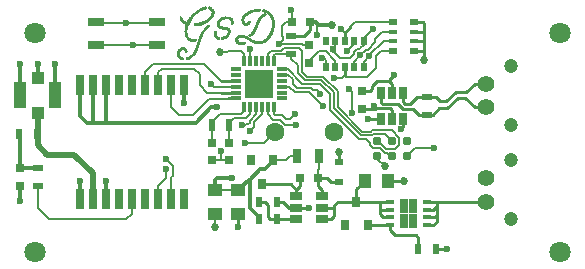
<source format=gtl>
G04 #@! TF.GenerationSoftware,KiCad,Pcbnew,(2017-11-24 revision a01d81e4b)-makepkg*
G04 #@! TF.CreationDate,2018-02-25T20:08:33+10:30*
G04 #@! TF.ProjectId,ledGlasses,6C6564476C61737365732E6B69636164,rev?*
G04 #@! TF.SameCoordinates,PX5f5e100PY5f5e100*
G04 #@! TF.FileFunction,Copper,L1,Top,Signal*
G04 #@! TF.FilePolarity,Positive*
%FSLAX46Y46*%
G04 Gerber Fmt 4.6, Leading zero omitted, Abs format (unit mm)*
G04 Created by KiCad (PCBNEW (2017-11-24 revision a01d81e4b)-makepkg) date 02/25/18 20:08:33*
%MOMM*%
%LPD*%
G01*
G04 APERTURE LIST*
%ADD10C,0.010000*%
%ADD11R,1.000000X1.000000*%
%ADD12R,1.050000X2.200000*%
%ADD13R,0.500000X0.800000*%
%ADD14R,1.300000X1.300000*%
%ADD15R,0.300000X0.850000*%
%ADD16R,0.850000X0.300000*%
%ADD17C,1.000000*%
%ADD18R,0.800000X0.900000*%
%ADD19C,1.800000*%
%ADD20R,0.750000X0.800000*%
%ADD21R,1.000000X1.250000*%
%ADD22R,0.800000X0.750000*%
%ADD23R,1.250000X1.000000*%
%ADD24R,0.800000X0.600000*%
%ADD25R,0.900000X0.500000*%
%ADD26R,0.500000X0.900000*%
%ADD27R,0.800000X0.500000*%
%ADD28R,0.800000X0.400000*%
%ADD29R,1.060000X0.650000*%
%ADD30R,0.650000X1.060000*%
%ADD31R,0.775000X1.200000*%
%ADD32R,0.650000X0.350000*%
%ADD33C,1.200000*%
%ADD34C,1.400000*%
%ADD35R,0.700000X1.800000*%
%ADD36R,0.800000X1.800000*%
%ADD37C,1.600000*%
%ADD38C,0.787400*%
%ADD39R,0.700000X1.300000*%
%ADD40R,1.450000X0.700000*%
%ADD41R,0.600000X1.100000*%
%ADD42C,0.600000*%
%ADD43C,0.685800*%
%ADD44C,0.203200*%
%ADD45C,0.152400*%
%ADD46C,0.254000*%
%ADD47C,0.304800*%
%ADD48C,0.250000*%
%ADD49C,0.500000*%
G04 APERTURE END LIST*
D10*
G36*
X19207173Y-1324619D02*
X19255413Y-1343039D01*
X19304502Y-1368595D01*
X19350790Y-1399616D01*
X19390626Y-1434434D01*
X19393443Y-1437352D01*
X19428735Y-1477469D01*
X19455871Y-1516506D01*
X19477241Y-1559118D01*
X19495239Y-1609959D01*
X19509884Y-1663983D01*
X19534458Y-1763351D01*
X19517802Y-1839665D01*
X19507029Y-1881180D01*
X19494291Y-1918338D01*
X19481606Y-1945363D01*
X19479853Y-1948156D01*
X19455696Y-1973238D01*
X19428119Y-1982005D01*
X19398525Y-1974375D01*
X19372391Y-1954494D01*
X19356871Y-1937407D01*
X19350591Y-1922807D01*
X19351409Y-1903115D01*
X19353831Y-1888877D01*
X19360194Y-1837122D01*
X19361581Y-1782945D01*
X19358247Y-1731471D01*
X19350446Y-1687828D01*
X19342715Y-1665227D01*
X19314689Y-1619053D01*
X19273919Y-1572737D01*
X19224126Y-1530083D01*
X19184919Y-1503862D01*
X19133885Y-1470771D01*
X19097204Y-1440814D01*
X19075523Y-1414599D01*
X19069364Y-1395133D01*
X19076082Y-1365819D01*
X19093222Y-1338817D01*
X19116398Y-1320071D01*
X19127843Y-1315866D01*
X19163433Y-1315005D01*
X19207173Y-1324619D01*
X19207173Y-1324619D01*
G37*
X19207173Y-1324619D02*
X19255413Y-1343039D01*
X19304502Y-1368595D01*
X19350790Y-1399616D01*
X19390626Y-1434434D01*
X19393443Y-1437352D01*
X19428735Y-1477469D01*
X19455871Y-1516506D01*
X19477241Y-1559118D01*
X19495239Y-1609959D01*
X19509884Y-1663983D01*
X19534458Y-1763351D01*
X19517802Y-1839665D01*
X19507029Y-1881180D01*
X19494291Y-1918338D01*
X19481606Y-1945363D01*
X19479853Y-1948156D01*
X19455696Y-1973238D01*
X19428119Y-1982005D01*
X19398525Y-1974375D01*
X19372391Y-1954494D01*
X19356871Y-1937407D01*
X19350591Y-1922807D01*
X19351409Y-1903115D01*
X19353831Y-1888877D01*
X19360194Y-1837122D01*
X19361581Y-1782945D01*
X19358247Y-1731471D01*
X19350446Y-1687828D01*
X19342715Y-1665227D01*
X19314689Y-1619053D01*
X19273919Y-1572737D01*
X19224126Y-1530083D01*
X19184919Y-1503862D01*
X19133885Y-1470771D01*
X19097204Y-1440814D01*
X19075523Y-1414599D01*
X19069364Y-1395133D01*
X19076082Y-1365819D01*
X19093222Y-1338817D01*
X19116398Y-1320071D01*
X19127843Y-1315866D01*
X19163433Y-1315005D01*
X19207173Y-1324619D01*
G36*
X21605695Y-672379D02*
X21662072Y-672650D01*
X21704100Y-673482D01*
X21734360Y-675090D01*
X21755432Y-677688D01*
X21769898Y-681490D01*
X21780339Y-686711D01*
X21780643Y-686909D01*
X21801675Y-709458D01*
X21809792Y-737912D01*
X21803933Y-766824D01*
X21798097Y-776430D01*
X21789503Y-786782D01*
X21779535Y-794857D01*
X21765694Y-801298D01*
X21745481Y-806745D01*
X21716397Y-811841D01*
X21675945Y-817228D01*
X21621625Y-823549D01*
X21609333Y-824930D01*
X21427325Y-851344D01*
X21257236Y-888612D01*
X21097675Y-937121D01*
X20947249Y-997255D01*
X20889382Y-1024623D01*
X20779709Y-1084868D01*
X20685335Y-1149906D01*
X20605013Y-1220919D01*
X20537499Y-1299092D01*
X20481545Y-1385606D01*
X20455415Y-1436816D01*
X20433284Y-1502230D01*
X20424393Y-1572497D01*
X20428465Y-1643565D01*
X20445224Y-1711383D01*
X20474391Y-1771900D01*
X20478794Y-1778600D01*
X20510473Y-1811049D01*
X20552244Y-1833548D01*
X20599853Y-1845138D01*
X20649043Y-1844860D01*
X20695559Y-1831756D01*
X20701695Y-1828803D01*
X20725116Y-1814185D01*
X20754435Y-1792208D01*
X20783554Y-1767461D01*
X20785289Y-1765872D01*
X20818762Y-1736186D01*
X20844308Y-1716919D01*
X20865469Y-1706029D01*
X20885785Y-1701475D01*
X20897961Y-1700933D01*
X20924678Y-1707758D01*
X20948155Y-1725064D01*
X20963138Y-1748095D01*
X20965866Y-1762386D01*
X20960504Y-1787880D01*
X20946033Y-1821311D01*
X20924874Y-1858210D01*
X20899448Y-1894114D01*
X20885287Y-1910973D01*
X20835355Y-1954967D01*
X20774821Y-1989834D01*
X20707694Y-2014365D01*
X20637980Y-2027352D01*
X20569687Y-2027589D01*
X20525001Y-2019556D01*
X20459959Y-1993572D01*
X20403103Y-1953496D01*
X20355049Y-1900379D01*
X20316411Y-1835277D01*
X20287808Y-1759242D01*
X20269853Y-1673329D01*
X20263163Y-1578591D01*
X20263133Y-1571499D01*
X20269842Y-1472712D01*
X20290428Y-1381437D01*
X20325582Y-1296152D01*
X20375993Y-1215331D01*
X20442352Y-1137451D01*
X20473596Y-1106706D01*
X20545913Y-1045288D01*
X20631082Y-984056D01*
X20725152Y-925298D01*
X20824171Y-871304D01*
X20924188Y-824363D01*
X21021253Y-786763D01*
X21032148Y-783108D01*
X21070212Y-771308D01*
X21120127Y-756927D01*
X21177261Y-741241D01*
X21236976Y-725526D01*
X21287599Y-712780D01*
X21452699Y-672233D01*
X21605695Y-672379D01*
X21605695Y-672379D01*
G37*
X21605695Y-672379D02*
X21662072Y-672650D01*
X21704100Y-673482D01*
X21734360Y-675090D01*
X21755432Y-677688D01*
X21769898Y-681490D01*
X21780339Y-686711D01*
X21780643Y-686909D01*
X21801675Y-709458D01*
X21809792Y-737912D01*
X21803933Y-766824D01*
X21798097Y-776430D01*
X21789503Y-786782D01*
X21779535Y-794857D01*
X21765694Y-801298D01*
X21745481Y-806745D01*
X21716397Y-811841D01*
X21675945Y-817228D01*
X21621625Y-823549D01*
X21609333Y-824930D01*
X21427325Y-851344D01*
X21257236Y-888612D01*
X21097675Y-937121D01*
X20947249Y-997255D01*
X20889382Y-1024623D01*
X20779709Y-1084868D01*
X20685335Y-1149906D01*
X20605013Y-1220919D01*
X20537499Y-1299092D01*
X20481545Y-1385606D01*
X20455415Y-1436816D01*
X20433284Y-1502230D01*
X20424393Y-1572497D01*
X20428465Y-1643565D01*
X20445224Y-1711383D01*
X20474391Y-1771900D01*
X20478794Y-1778600D01*
X20510473Y-1811049D01*
X20552244Y-1833548D01*
X20599853Y-1845138D01*
X20649043Y-1844860D01*
X20695559Y-1831756D01*
X20701695Y-1828803D01*
X20725116Y-1814185D01*
X20754435Y-1792208D01*
X20783554Y-1767461D01*
X20785289Y-1765872D01*
X20818762Y-1736186D01*
X20844308Y-1716919D01*
X20865469Y-1706029D01*
X20885785Y-1701475D01*
X20897961Y-1700933D01*
X20924678Y-1707758D01*
X20948155Y-1725064D01*
X20963138Y-1748095D01*
X20965866Y-1762386D01*
X20960504Y-1787880D01*
X20946033Y-1821311D01*
X20924874Y-1858210D01*
X20899448Y-1894114D01*
X20885287Y-1910973D01*
X20835355Y-1954967D01*
X20774821Y-1989834D01*
X20707694Y-2014365D01*
X20637980Y-2027352D01*
X20569687Y-2027589D01*
X20525001Y-2019556D01*
X20459959Y-1993572D01*
X20403103Y-1953496D01*
X20355049Y-1900379D01*
X20316411Y-1835277D01*
X20287808Y-1759242D01*
X20269853Y-1673329D01*
X20263163Y-1578591D01*
X20263133Y-1571499D01*
X20269842Y-1472712D01*
X20290428Y-1381437D01*
X20325582Y-1296152D01*
X20375993Y-1215331D01*
X20442352Y-1137451D01*
X20473596Y-1106706D01*
X20545913Y-1045288D01*
X20631082Y-984056D01*
X20725152Y-925298D01*
X20824171Y-871304D01*
X20924188Y-824363D01*
X21021253Y-786763D01*
X21032148Y-783108D01*
X21070212Y-771308D01*
X21120127Y-756927D01*
X21177261Y-741241D01*
X21236976Y-725526D01*
X21287599Y-712780D01*
X21452699Y-672233D01*
X21605695Y-672379D01*
G36*
X17530129Y-468297D02*
X17547246Y-471978D01*
X17619673Y-496891D01*
X17683886Y-536573D01*
X17725311Y-574780D01*
X17781819Y-637571D01*
X17826343Y-691383D01*
X17860052Y-737899D01*
X17884118Y-778803D01*
X17899711Y-815779D01*
X17904528Y-832623D01*
X17909373Y-868184D01*
X17910450Y-914689D01*
X17908035Y-966643D01*
X17902406Y-1018549D01*
X17893840Y-1064907D01*
X17892544Y-1070166D01*
X17861440Y-1163947D01*
X17816188Y-1255935D01*
X17756200Y-1346965D01*
X17680889Y-1437870D01*
X17589667Y-1529485D01*
X17533572Y-1579557D01*
X17390624Y-1691495D01*
X17238479Y-1789309D01*
X17076999Y-1873067D01*
X16906050Y-1942841D01*
X16725496Y-1998697D01*
X16698666Y-2005606D01*
X16601316Y-2028372D01*
X16517615Y-2044156D01*
X16445860Y-2053122D01*
X16384348Y-2055433D01*
X16331375Y-2051252D01*
X16296789Y-2044106D01*
X16258492Y-2027706D01*
X16231756Y-2003974D01*
X16217257Y-1975807D01*
X16215671Y-1946103D01*
X16227674Y-1917758D01*
X16253941Y-1893670D01*
X16260767Y-1889724D01*
X16273881Y-1884324D01*
X16292197Y-1880073D01*
X16318152Y-1876720D01*
X16354182Y-1874015D01*
X16402726Y-1871707D01*
X16453133Y-1869950D01*
X16618233Y-1864759D01*
X16749466Y-1815670D01*
X16871967Y-1768322D01*
X16980157Y-1723031D01*
X17076336Y-1678572D01*
X17162806Y-1633717D01*
X17241867Y-1587239D01*
X17315820Y-1537914D01*
X17386966Y-1484513D01*
X17418333Y-1459112D01*
X17505299Y-1379673D01*
X17581069Y-1295017D01*
X17644262Y-1207071D01*
X17693494Y-1117763D01*
X17727384Y-1029020D01*
X17727749Y-1027770D01*
X17737651Y-965639D01*
X17733607Y-900706D01*
X17716598Y-837623D01*
X17687606Y-781041D01*
X17670995Y-759038D01*
X17656679Y-745418D01*
X17631743Y-724844D01*
X17599524Y-699956D01*
X17563355Y-673394D01*
X17558033Y-669597D01*
X17508849Y-632978D01*
X17473633Y-602469D01*
X17451244Y-576541D01*
X17440537Y-553664D01*
X17440369Y-532308D01*
X17445270Y-518723D01*
X17460412Y-497073D01*
X17479513Y-478876D01*
X17494728Y-469214D01*
X17509424Y-465909D01*
X17530129Y-468297D01*
X17530129Y-468297D01*
G37*
X17530129Y-468297D02*
X17547246Y-471978D01*
X17619673Y-496891D01*
X17683886Y-536573D01*
X17725311Y-574780D01*
X17781819Y-637571D01*
X17826343Y-691383D01*
X17860052Y-737899D01*
X17884118Y-778803D01*
X17899711Y-815779D01*
X17904528Y-832623D01*
X17909373Y-868184D01*
X17910450Y-914689D01*
X17908035Y-966643D01*
X17902406Y-1018549D01*
X17893840Y-1064907D01*
X17892544Y-1070166D01*
X17861440Y-1163947D01*
X17816188Y-1255935D01*
X17756200Y-1346965D01*
X17680889Y-1437870D01*
X17589667Y-1529485D01*
X17533572Y-1579557D01*
X17390624Y-1691495D01*
X17238479Y-1789309D01*
X17076999Y-1873067D01*
X16906050Y-1942841D01*
X16725496Y-1998697D01*
X16698666Y-2005606D01*
X16601316Y-2028372D01*
X16517615Y-2044156D01*
X16445860Y-2053122D01*
X16384348Y-2055433D01*
X16331375Y-2051252D01*
X16296789Y-2044106D01*
X16258492Y-2027706D01*
X16231756Y-2003974D01*
X16217257Y-1975807D01*
X16215671Y-1946103D01*
X16227674Y-1917758D01*
X16253941Y-1893670D01*
X16260767Y-1889724D01*
X16273881Y-1884324D01*
X16292197Y-1880073D01*
X16318152Y-1876720D01*
X16354182Y-1874015D01*
X16402726Y-1871707D01*
X16453133Y-1869950D01*
X16618233Y-1864759D01*
X16749466Y-1815670D01*
X16871967Y-1768322D01*
X16980157Y-1723031D01*
X17076336Y-1678572D01*
X17162806Y-1633717D01*
X17241867Y-1587239D01*
X17315820Y-1537914D01*
X17386966Y-1484513D01*
X17418333Y-1459112D01*
X17505299Y-1379673D01*
X17581069Y-1295017D01*
X17644262Y-1207071D01*
X17693494Y-1117763D01*
X17727384Y-1029020D01*
X17727749Y-1027770D01*
X17737651Y-965639D01*
X17733607Y-900706D01*
X17716598Y-837623D01*
X17687606Y-781041D01*
X17670995Y-759038D01*
X17656679Y-745418D01*
X17631743Y-724844D01*
X17599524Y-699956D01*
X17563355Y-673394D01*
X17558033Y-669597D01*
X17508849Y-632978D01*
X17473633Y-602469D01*
X17451244Y-576541D01*
X17440537Y-553664D01*
X17440369Y-532308D01*
X17445270Y-518723D01*
X17460412Y-497073D01*
X17479513Y-478876D01*
X17494728Y-469214D01*
X17509424Y-465909D01*
X17530129Y-468297D01*
G36*
X22235050Y-1052603D02*
X22268089Y-1065892D01*
X22289933Y-1091247D01*
X22294732Y-1102819D01*
X22299732Y-1124476D01*
X22298281Y-1143732D01*
X22288856Y-1162168D01*
X22269932Y-1181364D01*
X22239986Y-1202903D01*
X22197493Y-1228363D01*
X22146966Y-1256097D01*
X22067040Y-1306864D01*
X21990425Y-1371877D01*
X21916754Y-1451609D01*
X21845659Y-1546530D01*
X21776772Y-1657112D01*
X21709726Y-1783828D01*
X21670331Y-1867571D01*
X21651516Y-1909604D01*
X21635522Y-1946392D01*
X21621021Y-1981345D01*
X21606682Y-2017872D01*
X21591175Y-2059384D01*
X21573170Y-2109291D01*
X21551338Y-2171002D01*
X21545445Y-2187766D01*
X21500767Y-2305379D01*
X21451722Y-2417052D01*
X21399272Y-2521226D01*
X21344378Y-2616345D01*
X21288003Y-2700849D01*
X21231109Y-2773181D01*
X21174656Y-2831784D01*
X21122122Y-2873446D01*
X21098531Y-2887156D01*
X21066808Y-2903022D01*
X21031104Y-2919277D01*
X20995570Y-2934150D01*
X20964358Y-2945873D01*
X20941619Y-2952677D01*
X20933872Y-2953668D01*
X20922552Y-2950342D01*
X20903428Y-2942730D01*
X20902161Y-2942181D01*
X20876629Y-2922912D01*
X20860656Y-2894637D01*
X20856285Y-2862928D01*
X20863523Y-2836855D01*
X20873575Y-2826803D01*
X20894950Y-2810547D01*
X20924364Y-2790453D01*
X20953771Y-2771795D01*
X21031503Y-2717690D01*
X21101860Y-2656077D01*
X21160968Y-2590525D01*
X21183141Y-2560289D01*
X21201127Y-2530349D01*
X21223623Y-2487574D01*
X21249273Y-2435013D01*
X21276719Y-2375715D01*
X21304605Y-2312728D01*
X21331576Y-2249103D01*
X21356273Y-2187889D01*
X21377341Y-2132134D01*
X21390304Y-2094633D01*
X21405501Y-2053135D01*
X21427606Y-1999646D01*
X21455255Y-1936952D01*
X21487089Y-1867840D01*
X21521744Y-1795095D01*
X21557860Y-1721503D01*
X21594074Y-1649851D01*
X21629025Y-1582924D01*
X21661350Y-1523509D01*
X21689689Y-1474392D01*
X21706883Y-1446933D01*
X21750568Y-1386881D01*
X21801792Y-1326797D01*
X21858413Y-1268425D01*
X21918290Y-1213512D01*
X21979279Y-1163801D01*
X22039239Y-1121038D01*
X22096027Y-1086969D01*
X22147502Y-1063339D01*
X22191522Y-1051893D01*
X22191784Y-1051862D01*
X22235050Y-1052603D01*
X22235050Y-1052603D01*
G37*
X22235050Y-1052603D02*
X22268089Y-1065892D01*
X22289933Y-1091247D01*
X22294732Y-1102819D01*
X22299732Y-1124476D01*
X22298281Y-1143732D01*
X22288856Y-1162168D01*
X22269932Y-1181364D01*
X22239986Y-1202903D01*
X22197493Y-1228363D01*
X22146966Y-1256097D01*
X22067040Y-1306864D01*
X21990425Y-1371877D01*
X21916754Y-1451609D01*
X21845659Y-1546530D01*
X21776772Y-1657112D01*
X21709726Y-1783828D01*
X21670331Y-1867571D01*
X21651516Y-1909604D01*
X21635522Y-1946392D01*
X21621021Y-1981345D01*
X21606682Y-2017872D01*
X21591175Y-2059384D01*
X21573170Y-2109291D01*
X21551338Y-2171002D01*
X21545445Y-2187766D01*
X21500767Y-2305379D01*
X21451722Y-2417052D01*
X21399272Y-2521226D01*
X21344378Y-2616345D01*
X21288003Y-2700849D01*
X21231109Y-2773181D01*
X21174656Y-2831784D01*
X21122122Y-2873446D01*
X21098531Y-2887156D01*
X21066808Y-2903022D01*
X21031104Y-2919277D01*
X20995570Y-2934150D01*
X20964358Y-2945873D01*
X20941619Y-2952677D01*
X20933872Y-2953668D01*
X20922552Y-2950342D01*
X20903428Y-2942730D01*
X20902161Y-2942181D01*
X20876629Y-2922912D01*
X20860656Y-2894637D01*
X20856285Y-2862928D01*
X20863523Y-2836855D01*
X20873575Y-2826803D01*
X20894950Y-2810547D01*
X20924364Y-2790453D01*
X20953771Y-2771795D01*
X21031503Y-2717690D01*
X21101860Y-2656077D01*
X21160968Y-2590525D01*
X21183141Y-2560289D01*
X21201127Y-2530349D01*
X21223623Y-2487574D01*
X21249273Y-2435013D01*
X21276719Y-2375715D01*
X21304605Y-2312728D01*
X21331576Y-2249103D01*
X21356273Y-2187889D01*
X21377341Y-2132134D01*
X21390304Y-2094633D01*
X21405501Y-2053135D01*
X21427606Y-1999646D01*
X21455255Y-1936952D01*
X21487089Y-1867840D01*
X21521744Y-1795095D01*
X21557860Y-1721503D01*
X21594074Y-1649851D01*
X21629025Y-1582924D01*
X21661350Y-1523509D01*
X21689689Y-1474392D01*
X21706883Y-1446933D01*
X21750568Y-1386881D01*
X21801792Y-1326797D01*
X21858413Y-1268425D01*
X21918290Y-1213512D01*
X21979279Y-1163801D01*
X22039239Y-1121038D01*
X22096027Y-1086969D01*
X22147502Y-1063339D01*
X22191522Y-1051893D01*
X22191784Y-1051862D01*
X22235050Y-1052603D01*
G36*
X18878330Y-1315047D02*
X18912678Y-1327934D01*
X18937656Y-1350186D01*
X18950029Y-1378547D01*
X18950800Y-1387933D01*
X18942801Y-1418783D01*
X18919808Y-1444516D01*
X18883320Y-1463838D01*
X18852896Y-1472383D01*
X18819918Y-1481096D01*
X18776460Y-1495245D01*
X18727347Y-1513023D01*
X18677404Y-1532624D01*
X18631456Y-1552241D01*
X18600616Y-1566833D01*
X18534175Y-1608014D01*
X18475398Y-1661162D01*
X18422826Y-1727837D01*
X18376458Y-1806762D01*
X18360271Y-1840153D01*
X18351032Y-1866658D01*
X18346857Y-1893839D01*
X18345862Y-1929258D01*
X18345862Y-1929533D01*
X18352259Y-1990482D01*
X18371535Y-2040437D01*
X18403699Y-2079410D01*
X18448762Y-2107415D01*
X18501519Y-2123483D01*
X18540041Y-2132384D01*
X18581288Y-2143867D01*
X18600555Y-2150052D01*
X18648981Y-2161785D01*
X18707421Y-2166456D01*
X18721630Y-2166599D01*
X18826682Y-2170590D01*
X18918608Y-2182863D01*
X18999299Y-2203871D01*
X19070643Y-2234065D01*
X19116190Y-2261014D01*
X19179655Y-2310711D01*
X19227337Y-2365047D01*
X19260118Y-2425657D01*
X19278881Y-2494176D01*
X19284507Y-2572239D01*
X19284501Y-2573000D01*
X19275444Y-2663894D01*
X19250871Y-2752968D01*
X19212193Y-2837955D01*
X19160821Y-2916588D01*
X19098168Y-2986602D01*
X19025643Y-3045730D01*
X18968815Y-3079921D01*
X18933274Y-3096758D01*
X18888502Y-3115478D01*
X18837717Y-3134993D01*
X18784134Y-3154213D01*
X18730972Y-3172048D01*
X18681447Y-3187409D01*
X18638775Y-3199206D01*
X18606175Y-3206349D01*
X18590656Y-3208000D01*
X18560732Y-3204330D01*
X18536630Y-3190691D01*
X18528362Y-3183436D01*
X18509995Y-3162087D01*
X18502765Y-3139274D01*
X18502066Y-3124784D01*
X18504374Y-3103418D01*
X18512733Y-3085869D01*
X18529299Y-3070610D01*
X18556228Y-3056113D01*
X18595674Y-3040850D01*
X18641706Y-3025806D01*
X18707812Y-3003686D01*
X18772540Y-2979298D01*
X18832328Y-2954160D01*
X18883615Y-2929787D01*
X18922839Y-2907697D01*
X18929593Y-2903227D01*
X18976026Y-2864180D01*
X19022166Y-2812111D01*
X19064821Y-2750683D01*
X19069865Y-2742333D01*
X19101050Y-2679266D01*
X19116463Y-2620702D01*
X19116183Y-2565177D01*
X19100287Y-2511231D01*
X19083806Y-2479864D01*
X19048703Y-2434571D01*
X19003475Y-2399119D01*
X18945295Y-2371353D01*
X18938100Y-2368716D01*
X18914265Y-2361375D01*
X18887057Y-2355676D01*
X18853254Y-2351217D01*
X18809636Y-2347591D01*
X18752981Y-2344396D01*
X18739133Y-2343742D01*
X18676548Y-2340364D01*
X18626707Y-2336357D01*
X18585419Y-2331193D01*
X18548493Y-2324345D01*
X18511741Y-2315284D01*
X18510533Y-2314955D01*
X18430635Y-2289796D01*
X18365417Y-2261666D01*
X18312738Y-2229530D01*
X18283615Y-2205454D01*
X18236421Y-2150341D01*
X18202694Y-2087355D01*
X18181998Y-2018291D01*
X18173897Y-1944944D01*
X18177956Y-1869108D01*
X18193739Y-1792578D01*
X18220810Y-1717148D01*
X18258733Y-1644614D01*
X18307073Y-1576770D01*
X18365394Y-1515411D01*
X18433260Y-1462332D01*
X18469416Y-1440143D01*
X18516497Y-1416163D01*
X18570776Y-1392636D01*
X18629140Y-1370515D01*
X18688475Y-1350751D01*
X18745666Y-1334297D01*
X18797601Y-1322106D01*
X18841164Y-1315131D01*
X18873243Y-1314324D01*
X18878330Y-1315047D01*
X18878330Y-1315047D01*
G37*
X18878330Y-1315047D02*
X18912678Y-1327934D01*
X18937656Y-1350186D01*
X18950029Y-1378547D01*
X18950800Y-1387933D01*
X18942801Y-1418783D01*
X18919808Y-1444516D01*
X18883320Y-1463838D01*
X18852896Y-1472383D01*
X18819918Y-1481096D01*
X18776460Y-1495245D01*
X18727347Y-1513023D01*
X18677404Y-1532624D01*
X18631456Y-1552241D01*
X18600616Y-1566833D01*
X18534175Y-1608014D01*
X18475398Y-1661162D01*
X18422826Y-1727837D01*
X18376458Y-1806762D01*
X18360271Y-1840153D01*
X18351032Y-1866658D01*
X18346857Y-1893839D01*
X18345862Y-1929258D01*
X18345862Y-1929533D01*
X18352259Y-1990482D01*
X18371535Y-2040437D01*
X18403699Y-2079410D01*
X18448762Y-2107415D01*
X18501519Y-2123483D01*
X18540041Y-2132384D01*
X18581288Y-2143867D01*
X18600555Y-2150052D01*
X18648981Y-2161785D01*
X18707421Y-2166456D01*
X18721630Y-2166599D01*
X18826682Y-2170590D01*
X18918608Y-2182863D01*
X18999299Y-2203871D01*
X19070643Y-2234065D01*
X19116190Y-2261014D01*
X19179655Y-2310711D01*
X19227337Y-2365047D01*
X19260118Y-2425657D01*
X19278881Y-2494176D01*
X19284507Y-2572239D01*
X19284501Y-2573000D01*
X19275444Y-2663894D01*
X19250871Y-2752968D01*
X19212193Y-2837955D01*
X19160821Y-2916588D01*
X19098168Y-2986602D01*
X19025643Y-3045730D01*
X18968815Y-3079921D01*
X18933274Y-3096758D01*
X18888502Y-3115478D01*
X18837717Y-3134993D01*
X18784134Y-3154213D01*
X18730972Y-3172048D01*
X18681447Y-3187409D01*
X18638775Y-3199206D01*
X18606175Y-3206349D01*
X18590656Y-3208000D01*
X18560732Y-3204330D01*
X18536630Y-3190691D01*
X18528362Y-3183436D01*
X18509995Y-3162087D01*
X18502765Y-3139274D01*
X18502066Y-3124784D01*
X18504374Y-3103418D01*
X18512733Y-3085869D01*
X18529299Y-3070610D01*
X18556228Y-3056113D01*
X18595674Y-3040850D01*
X18641706Y-3025806D01*
X18707812Y-3003686D01*
X18772540Y-2979298D01*
X18832328Y-2954160D01*
X18883615Y-2929787D01*
X18922839Y-2907697D01*
X18929593Y-2903227D01*
X18976026Y-2864180D01*
X19022166Y-2812111D01*
X19064821Y-2750683D01*
X19069865Y-2742333D01*
X19101050Y-2679266D01*
X19116463Y-2620702D01*
X19116183Y-2565177D01*
X19100287Y-2511231D01*
X19083806Y-2479864D01*
X19048703Y-2434571D01*
X19003475Y-2399119D01*
X18945295Y-2371353D01*
X18938100Y-2368716D01*
X18914265Y-2361375D01*
X18887057Y-2355676D01*
X18853254Y-2351217D01*
X18809636Y-2347591D01*
X18752981Y-2344396D01*
X18739133Y-2343742D01*
X18676548Y-2340364D01*
X18626707Y-2336357D01*
X18585419Y-2331193D01*
X18548493Y-2324345D01*
X18511741Y-2315284D01*
X18510533Y-2314955D01*
X18430635Y-2289796D01*
X18365417Y-2261666D01*
X18312738Y-2229530D01*
X18283615Y-2205454D01*
X18236421Y-2150341D01*
X18202694Y-2087355D01*
X18181998Y-2018291D01*
X18173897Y-1944944D01*
X18177956Y-1869108D01*
X18193739Y-1792578D01*
X18220810Y-1717148D01*
X18258733Y-1644614D01*
X18307073Y-1576770D01*
X18365394Y-1515411D01*
X18433260Y-1462332D01*
X18469416Y-1440143D01*
X18516497Y-1416163D01*
X18570776Y-1392636D01*
X18629140Y-1370515D01*
X18688475Y-1350751D01*
X18745666Y-1334297D01*
X18797601Y-1322106D01*
X18841164Y-1315131D01*
X18873243Y-1314324D01*
X18878330Y-1315047D01*
G36*
X18053563Y-2562590D02*
X18068642Y-2576677D01*
X18086826Y-2599450D01*
X18097164Y-2620010D01*
X18100565Y-2643294D01*
X18097941Y-2674239D01*
X18092489Y-2705868D01*
X18085214Y-2770685D01*
X18090161Y-2825734D01*
X18107594Y-2873234D01*
X18113495Y-2883482D01*
X18129374Y-2903016D01*
X18155446Y-2928756D01*
X18187836Y-2957479D01*
X18222671Y-2985965D01*
X18256076Y-3010991D01*
X18284178Y-3029337D01*
X18296434Y-3035610D01*
X18320199Y-3048692D01*
X18346340Y-3067334D01*
X18353584Y-3073392D01*
X18373114Y-3093394D01*
X18381815Y-3112421D01*
X18383533Y-3133061D01*
X18376871Y-3167557D01*
X18357699Y-3191725D01*
X18327233Y-3205152D01*
X18286690Y-3207424D01*
X18237290Y-3198126D01*
X18214200Y-3190674D01*
X18144341Y-3157022D01*
X18079726Y-3109237D01*
X18022708Y-3049870D01*
X17975643Y-2981473D01*
X17940883Y-2906597D01*
X17934492Y-2887491D01*
X17923649Y-2837913D01*
X17919010Y-2782871D01*
X17920166Y-2726180D01*
X17926707Y-2671659D01*
X17938225Y-2623124D01*
X17954310Y-2584393D01*
X17969158Y-2564041D01*
X17994946Y-2548829D01*
X18024286Y-2548499D01*
X18053563Y-2562590D01*
X18053563Y-2562590D01*
G37*
X18053563Y-2562590D02*
X18068642Y-2576677D01*
X18086826Y-2599450D01*
X18097164Y-2620010D01*
X18100565Y-2643294D01*
X18097941Y-2674239D01*
X18092489Y-2705868D01*
X18085214Y-2770685D01*
X18090161Y-2825734D01*
X18107594Y-2873234D01*
X18113495Y-2883482D01*
X18129374Y-2903016D01*
X18155446Y-2928756D01*
X18187836Y-2957479D01*
X18222671Y-2985965D01*
X18256076Y-3010991D01*
X18284178Y-3029337D01*
X18296434Y-3035610D01*
X18320199Y-3048692D01*
X18346340Y-3067334D01*
X18353584Y-3073392D01*
X18373114Y-3093394D01*
X18381815Y-3112421D01*
X18383533Y-3133061D01*
X18376871Y-3167557D01*
X18357699Y-3191725D01*
X18327233Y-3205152D01*
X18286690Y-3207424D01*
X18237290Y-3198126D01*
X18214200Y-3190674D01*
X18144341Y-3157022D01*
X18079726Y-3109237D01*
X18022708Y-3049870D01*
X17975643Y-2981473D01*
X17940883Y-2906597D01*
X17934492Y-2887491D01*
X17923649Y-2837913D01*
X17919010Y-2782871D01*
X17920166Y-2726180D01*
X17926707Y-2671659D01*
X17938225Y-2623124D01*
X17954310Y-2584393D01*
X17969158Y-2564041D01*
X17994946Y-2548829D01*
X18024286Y-2548499D01*
X18053563Y-2562590D01*
G36*
X17237923Y-470947D02*
X17265503Y-487295D01*
X17280251Y-514393D01*
X17282866Y-537033D01*
X17280810Y-557044D01*
X17273595Y-574800D01*
X17259655Y-591212D01*
X17237421Y-607191D01*
X17205324Y-623651D01*
X17161798Y-641501D01*
X17105274Y-661656D01*
X17034185Y-685025D01*
X17021315Y-689136D01*
X16908659Y-731585D01*
X16791111Y-788319D01*
X16670562Y-858107D01*
X16548899Y-939718D01*
X16428013Y-1031920D01*
X16309792Y-1133482D01*
X16242718Y-1196651D01*
X16180944Y-1258428D01*
X16128933Y-1314431D01*
X16082969Y-1369132D01*
X16039332Y-1427002D01*
X15994303Y-1492512D01*
X15985279Y-1506200D01*
X15881360Y-1675136D01*
X15793679Y-1840316D01*
X15722059Y-2002140D01*
X15666322Y-2161007D01*
X15626536Y-2316143D01*
X15612746Y-2400592D01*
X15604616Y-2491321D01*
X15602250Y-2583061D01*
X15605753Y-2670546D01*
X15615229Y-2748509D01*
X15617733Y-2761908D01*
X15643068Y-2862547D01*
X15676448Y-2948882D01*
X15718608Y-3021882D01*
X15770281Y-3082515D01*
X15832201Y-3131751D01*
X15905101Y-3170558D01*
X15936666Y-3183075D01*
X16018179Y-3210116D01*
X16088688Y-3227435D01*
X16150862Y-3235297D01*
X16207372Y-3233967D01*
X16260887Y-3223713D01*
X16281416Y-3217388D01*
X16334493Y-3203359D01*
X16375724Y-3201261D01*
X16405045Y-3211076D01*
X16422395Y-3232784D01*
X16427733Y-3264029D01*
X16419746Y-3295745D01*
X16397640Y-3325781D01*
X16364200Y-3351423D01*
X16322208Y-3369960D01*
X16317666Y-3371312D01*
X16227412Y-3391754D01*
X16139802Y-3401383D01*
X16058299Y-3399998D01*
X15995933Y-3389896D01*
X15962681Y-3379776D01*
X15919865Y-3363975D01*
X15872277Y-3344557D01*
X15824711Y-3323583D01*
X15781960Y-3303116D01*
X15748819Y-3285217D01*
X15740436Y-3279981D01*
X15673281Y-3225727D01*
X15612904Y-3156287D01*
X15559211Y-3071522D01*
X15512108Y-2971296D01*
X15494198Y-2924366D01*
X15477310Y-2874380D01*
X15464322Y-2828002D01*
X15454765Y-2781779D01*
X15448172Y-2732257D01*
X15444076Y-2675982D01*
X15442010Y-2609500D01*
X15441501Y-2534900D01*
X15442032Y-2461076D01*
X15443945Y-2400112D01*
X15447865Y-2347950D01*
X15454418Y-2300533D01*
X15464230Y-2253805D01*
X15477925Y-2203709D01*
X15496130Y-2146187D01*
X15505955Y-2116812D01*
X15522176Y-2063258D01*
X15529461Y-2021764D01*
X15527094Y-1989585D01*
X15514359Y-1963978D01*
X15490538Y-1942196D01*
X15454975Y-1921525D01*
X15393835Y-1887275D01*
X15330736Y-1845860D01*
X15268141Y-1799424D01*
X15208515Y-1750108D01*
X15154322Y-1700054D01*
X15108026Y-1651406D01*
X15072093Y-1606304D01*
X15050263Y-1569700D01*
X15038750Y-1543008D01*
X15031655Y-1519242D01*
X15027949Y-1492664D01*
X15026607Y-1457539D01*
X15026500Y-1437029D01*
X15026854Y-1398396D01*
X15028459Y-1372602D01*
X15032121Y-1355561D01*
X15038650Y-1343183D01*
X15047025Y-1333313D01*
X15072213Y-1316231D01*
X15100534Y-1311563D01*
X15126431Y-1319663D01*
X15135886Y-1327648D01*
X15145501Y-1342264D01*
X15159280Y-1368212D01*
X15174996Y-1401146D01*
X15183809Y-1421019D01*
X15209518Y-1477581D01*
X15233351Y-1522408D01*
X15258074Y-1560049D01*
X15286452Y-1595054D01*
X15296021Y-1605646D01*
X15334008Y-1641361D01*
X15379744Y-1675806D01*
X15429503Y-1706912D01*
X15479561Y-1732614D01*
X15526193Y-1750842D01*
X15565674Y-1759531D01*
X15574065Y-1759970D01*
X15592287Y-1758143D01*
X15609581Y-1751369D01*
X15627175Y-1738131D01*
X15646297Y-1716914D01*
X15668176Y-1686202D01*
X15694042Y-1644477D01*
X15725122Y-1590224D01*
X15753826Y-1538140D01*
X15779088Y-1496476D01*
X15814239Y-1445187D01*
X15857280Y-1386705D01*
X15906211Y-1323462D01*
X15959034Y-1257891D01*
X16013748Y-1192424D01*
X16068354Y-1129493D01*
X16120853Y-1071531D01*
X16169245Y-1020970D01*
X16211530Y-980242D01*
X16215089Y-977033D01*
X16315777Y-893618D01*
X16429102Y-811580D01*
X16551468Y-732955D01*
X16679277Y-659784D01*
X16808932Y-594103D01*
X16936836Y-537951D01*
X17059391Y-493367D01*
X17080103Y-486881D01*
X17145031Y-470692D01*
X17197701Y-465397D01*
X17237923Y-470947D01*
X17237923Y-470947D01*
G37*
X17237923Y-470947D02*
X17265503Y-487295D01*
X17280251Y-514393D01*
X17282866Y-537033D01*
X17280810Y-557044D01*
X17273595Y-574800D01*
X17259655Y-591212D01*
X17237421Y-607191D01*
X17205324Y-623651D01*
X17161798Y-641501D01*
X17105274Y-661656D01*
X17034185Y-685025D01*
X17021315Y-689136D01*
X16908659Y-731585D01*
X16791111Y-788319D01*
X16670562Y-858107D01*
X16548899Y-939718D01*
X16428013Y-1031920D01*
X16309792Y-1133482D01*
X16242718Y-1196651D01*
X16180944Y-1258428D01*
X16128933Y-1314431D01*
X16082969Y-1369132D01*
X16039332Y-1427002D01*
X15994303Y-1492512D01*
X15985279Y-1506200D01*
X15881360Y-1675136D01*
X15793679Y-1840316D01*
X15722059Y-2002140D01*
X15666322Y-2161007D01*
X15626536Y-2316143D01*
X15612746Y-2400592D01*
X15604616Y-2491321D01*
X15602250Y-2583061D01*
X15605753Y-2670546D01*
X15615229Y-2748509D01*
X15617733Y-2761908D01*
X15643068Y-2862547D01*
X15676448Y-2948882D01*
X15718608Y-3021882D01*
X15770281Y-3082515D01*
X15832201Y-3131751D01*
X15905101Y-3170558D01*
X15936666Y-3183075D01*
X16018179Y-3210116D01*
X16088688Y-3227435D01*
X16150862Y-3235297D01*
X16207372Y-3233967D01*
X16260887Y-3223713D01*
X16281416Y-3217388D01*
X16334493Y-3203359D01*
X16375724Y-3201261D01*
X16405045Y-3211076D01*
X16422395Y-3232784D01*
X16427733Y-3264029D01*
X16419746Y-3295745D01*
X16397640Y-3325781D01*
X16364200Y-3351423D01*
X16322208Y-3369960D01*
X16317666Y-3371312D01*
X16227412Y-3391754D01*
X16139802Y-3401383D01*
X16058299Y-3399998D01*
X15995933Y-3389896D01*
X15962681Y-3379776D01*
X15919865Y-3363975D01*
X15872277Y-3344557D01*
X15824711Y-3323583D01*
X15781960Y-3303116D01*
X15748819Y-3285217D01*
X15740436Y-3279981D01*
X15673281Y-3225727D01*
X15612904Y-3156287D01*
X15559211Y-3071522D01*
X15512108Y-2971296D01*
X15494198Y-2924366D01*
X15477310Y-2874380D01*
X15464322Y-2828002D01*
X15454765Y-2781779D01*
X15448172Y-2732257D01*
X15444076Y-2675982D01*
X15442010Y-2609500D01*
X15441501Y-2534900D01*
X15442032Y-2461076D01*
X15443945Y-2400112D01*
X15447865Y-2347950D01*
X15454418Y-2300533D01*
X15464230Y-2253805D01*
X15477925Y-2203709D01*
X15496130Y-2146187D01*
X15505955Y-2116812D01*
X15522176Y-2063258D01*
X15529461Y-2021764D01*
X15527094Y-1989585D01*
X15514359Y-1963978D01*
X15490538Y-1942196D01*
X15454975Y-1921525D01*
X15393835Y-1887275D01*
X15330736Y-1845860D01*
X15268141Y-1799424D01*
X15208515Y-1750108D01*
X15154322Y-1700054D01*
X15108026Y-1651406D01*
X15072093Y-1606304D01*
X15050263Y-1569700D01*
X15038750Y-1543008D01*
X15031655Y-1519242D01*
X15027949Y-1492664D01*
X15026607Y-1457539D01*
X15026500Y-1437029D01*
X15026854Y-1398396D01*
X15028459Y-1372602D01*
X15032121Y-1355561D01*
X15038650Y-1343183D01*
X15047025Y-1333313D01*
X15072213Y-1316231D01*
X15100534Y-1311563D01*
X15126431Y-1319663D01*
X15135886Y-1327648D01*
X15145501Y-1342264D01*
X15159280Y-1368212D01*
X15174996Y-1401146D01*
X15183809Y-1421019D01*
X15209518Y-1477581D01*
X15233351Y-1522408D01*
X15258074Y-1560049D01*
X15286452Y-1595054D01*
X15296021Y-1605646D01*
X15334008Y-1641361D01*
X15379744Y-1675806D01*
X15429503Y-1706912D01*
X15479561Y-1732614D01*
X15526193Y-1750842D01*
X15565674Y-1759531D01*
X15574065Y-1759970D01*
X15592287Y-1758143D01*
X15609581Y-1751369D01*
X15627175Y-1738131D01*
X15646297Y-1716914D01*
X15668176Y-1686202D01*
X15694042Y-1644477D01*
X15725122Y-1590224D01*
X15753826Y-1538140D01*
X15779088Y-1496476D01*
X15814239Y-1445187D01*
X15857280Y-1386705D01*
X15906211Y-1323462D01*
X15959034Y-1257891D01*
X16013748Y-1192424D01*
X16068354Y-1129493D01*
X16120853Y-1071531D01*
X16169245Y-1020970D01*
X16211530Y-980242D01*
X16215089Y-977033D01*
X16315777Y-893618D01*
X16429102Y-811580D01*
X16551468Y-732955D01*
X16679277Y-659784D01*
X16808932Y-594103D01*
X16936836Y-537951D01*
X17059391Y-493367D01*
X17080103Y-486881D01*
X17145031Y-470692D01*
X17197701Y-465397D01*
X17237923Y-470947D01*
G36*
X22175343Y-714953D02*
X22237800Y-731877D01*
X22305375Y-755964D01*
X22375322Y-786132D01*
X22444893Y-821303D01*
X22511340Y-860395D01*
X22569823Y-900749D01*
X22659120Y-978128D01*
X22741133Y-1070000D01*
X22815081Y-1175225D01*
X22880184Y-1292659D01*
X22935659Y-1421162D01*
X22946825Y-1451740D01*
X22962822Y-1498542D01*
X22975287Y-1539716D01*
X22984729Y-1578645D01*
X22991657Y-1618713D01*
X22996581Y-1663302D01*
X23000009Y-1715795D01*
X23002451Y-1779576D01*
X23003786Y-1830208D01*
X23005156Y-1927267D01*
X23004113Y-2011756D01*
X23000343Y-2087905D01*
X22993533Y-2159948D01*
X22983367Y-2232116D01*
X22969531Y-2308641D01*
X22967472Y-2319000D01*
X22932505Y-2461719D01*
X22885995Y-2601043D01*
X22828923Y-2735699D01*
X22762271Y-2864411D01*
X22687022Y-2985908D01*
X22604156Y-3098915D01*
X22514656Y-3202159D01*
X22419504Y-3294365D01*
X22319680Y-3374261D01*
X22216168Y-3440573D01*
X22109948Y-3492027D01*
X22045366Y-3515225D01*
X21986961Y-3532854D01*
X21937355Y-3546096D01*
X21892241Y-3555558D01*
X21847315Y-3561847D01*
X21798267Y-3565571D01*
X21740792Y-3567336D01*
X21672833Y-3567751D01*
X21613098Y-3567554D01*
X21566728Y-3566819D01*
X21530156Y-3565233D01*
X21499813Y-3562481D01*
X21472134Y-3558252D01*
X21443550Y-3552231D01*
X21414088Y-3545018D01*
X21354729Y-3528827D01*
X21297631Y-3510594D01*
X21240886Y-3489375D01*
X21182586Y-3464223D01*
X21120826Y-3434194D01*
X21053697Y-3398342D01*
X20979291Y-3355721D01*
X20895703Y-3305387D01*
X20801025Y-3246395D01*
X20762990Y-3222304D01*
X20711110Y-3189742D01*
X20660643Y-3158831D01*
X20614407Y-3131239D01*
X20575225Y-3108636D01*
X20545915Y-3092692D01*
X20535269Y-3087477D01*
X20480001Y-3066765D01*
X20413174Y-3048720D01*
X20340100Y-3034567D01*
X20267007Y-3025608D01*
X20199404Y-3025645D01*
X20135522Y-3036489D01*
X20076867Y-3056753D01*
X20024944Y-3085052D01*
X19981260Y-3119998D01*
X19947318Y-3160205D01*
X19924626Y-3204288D01*
X19914688Y-3250859D01*
X19919009Y-3298533D01*
X19932320Y-3333798D01*
X19958405Y-3370682D01*
X19996445Y-3406514D01*
X20041855Y-3438307D01*
X20090046Y-3463079D01*
X20136431Y-3477843D01*
X20157882Y-3480557D01*
X20188844Y-3480346D01*
X20229909Y-3477898D01*
X20276625Y-3473720D01*
X20324541Y-3468317D01*
X20369208Y-3462193D01*
X20406173Y-3455856D01*
X20430986Y-3449809D01*
X20432146Y-3449412D01*
X20478492Y-3438060D01*
X20520378Y-3437157D01*
X20555331Y-3445890D01*
X20580876Y-3463445D01*
X20594540Y-3489011D01*
X20596155Y-3503307D01*
X20591608Y-3526124D01*
X20576214Y-3549899D01*
X20563775Y-3563522D01*
X20545694Y-3580314D01*
X20527089Y-3592415D01*
X20503116Y-3602118D01*
X20468929Y-3611716D01*
X20454414Y-3615292D01*
X20400432Y-3625398D01*
X20336899Y-3632610D01*
X20268619Y-3636792D01*
X20200393Y-3637810D01*
X20137026Y-3635528D01*
X20083320Y-3629813D01*
X20064298Y-3626245D01*
X19974746Y-3601408D01*
X19900656Y-3570148D01*
X19841757Y-3532302D01*
X19797777Y-3487706D01*
X19776288Y-3453511D01*
X19752647Y-3399708D01*
X19738072Y-3347132D01*
X19731416Y-3289961D01*
X19731382Y-3226016D01*
X19735667Y-3167587D01*
X19744884Y-3121562D01*
X19761187Y-3083640D01*
X19786725Y-3049521D01*
X19823651Y-3014906D01*
X19846022Y-2996875D01*
X19924236Y-2942006D01*
X20000628Y-2901942D01*
X20078739Y-2875426D01*
X20162111Y-2861202D01*
X20237733Y-2857829D01*
X20301963Y-2860286D01*
X20365321Y-2867797D01*
X20429434Y-2881014D01*
X20495926Y-2900589D01*
X20566426Y-2927174D01*
X20642559Y-2961420D01*
X20725951Y-3003980D01*
X20818230Y-3055505D01*
X20921021Y-3116648D01*
X20990669Y-3159625D01*
X21082656Y-3215682D01*
X21163734Y-3261996D01*
X21236084Y-3299568D01*
X21301884Y-3329401D01*
X21363313Y-3352498D01*
X21422550Y-3369861D01*
X21470773Y-3380476D01*
X21603061Y-3397743D01*
X21732217Y-3398971D01*
X21857402Y-3384315D01*
X21977781Y-3353932D01*
X22092516Y-3307975D01*
X22200770Y-3246601D01*
X22204530Y-3244110D01*
X22263790Y-3199079D01*
X22327128Y-3141066D01*
X22392354Y-3072818D01*
X22457277Y-2997083D01*
X22519709Y-2916608D01*
X22577457Y-2834142D01*
X22628333Y-2752433D01*
X22670145Y-2674228D01*
X22685531Y-2640653D01*
X22745338Y-2487118D01*
X22790660Y-2337828D01*
X22821147Y-2194014D01*
X22829116Y-2138236D01*
X22833108Y-2089867D01*
X22835220Y-2028996D01*
X22835563Y-1959935D01*
X22834250Y-1886999D01*
X22831393Y-1814501D01*
X22827102Y-1746754D01*
X22821491Y-1688072D01*
X22816536Y-1652913D01*
X22785926Y-1522909D01*
X22739762Y-1399427D01*
X22678391Y-1283173D01*
X22602164Y-1174859D01*
X22552336Y-1117088D01*
X22495760Y-1062666D01*
X22432232Y-1014923D01*
X22359373Y-972505D01*
X22274801Y-934055D01*
X22176135Y-898218D01*
X22156766Y-891963D01*
X22107014Y-875188D01*
X22070723Y-860449D01*
X22044777Y-846323D01*
X22027650Y-832909D01*
X22005299Y-803227D01*
X21998693Y-773506D01*
X22006841Y-746287D01*
X22028752Y-724111D01*
X22063437Y-709519D01*
X22076775Y-706911D01*
X22120752Y-706270D01*
X22175343Y-714953D01*
X22175343Y-714953D01*
G37*
X22175343Y-714953D02*
X22237800Y-731877D01*
X22305375Y-755964D01*
X22375322Y-786132D01*
X22444893Y-821303D01*
X22511340Y-860395D01*
X22569823Y-900749D01*
X22659120Y-978128D01*
X22741133Y-1070000D01*
X22815081Y-1175225D01*
X22880184Y-1292659D01*
X22935659Y-1421162D01*
X22946825Y-1451740D01*
X22962822Y-1498542D01*
X22975287Y-1539716D01*
X22984729Y-1578645D01*
X22991657Y-1618713D01*
X22996581Y-1663302D01*
X23000009Y-1715795D01*
X23002451Y-1779576D01*
X23003786Y-1830208D01*
X23005156Y-1927267D01*
X23004113Y-2011756D01*
X23000343Y-2087905D01*
X22993533Y-2159948D01*
X22983367Y-2232116D01*
X22969531Y-2308641D01*
X22967472Y-2319000D01*
X22932505Y-2461719D01*
X22885995Y-2601043D01*
X22828923Y-2735699D01*
X22762271Y-2864411D01*
X22687022Y-2985908D01*
X22604156Y-3098915D01*
X22514656Y-3202159D01*
X22419504Y-3294365D01*
X22319680Y-3374261D01*
X22216168Y-3440573D01*
X22109948Y-3492027D01*
X22045366Y-3515225D01*
X21986961Y-3532854D01*
X21937355Y-3546096D01*
X21892241Y-3555558D01*
X21847315Y-3561847D01*
X21798267Y-3565571D01*
X21740792Y-3567336D01*
X21672833Y-3567751D01*
X21613098Y-3567554D01*
X21566728Y-3566819D01*
X21530156Y-3565233D01*
X21499813Y-3562481D01*
X21472134Y-3558252D01*
X21443550Y-3552231D01*
X21414088Y-3545018D01*
X21354729Y-3528827D01*
X21297631Y-3510594D01*
X21240886Y-3489375D01*
X21182586Y-3464223D01*
X21120826Y-3434194D01*
X21053697Y-3398342D01*
X20979291Y-3355721D01*
X20895703Y-3305387D01*
X20801025Y-3246395D01*
X20762990Y-3222304D01*
X20711110Y-3189742D01*
X20660643Y-3158831D01*
X20614407Y-3131239D01*
X20575225Y-3108636D01*
X20545915Y-3092692D01*
X20535269Y-3087477D01*
X20480001Y-3066765D01*
X20413174Y-3048720D01*
X20340100Y-3034567D01*
X20267007Y-3025608D01*
X20199404Y-3025645D01*
X20135522Y-3036489D01*
X20076867Y-3056753D01*
X20024944Y-3085052D01*
X19981260Y-3119998D01*
X19947318Y-3160205D01*
X19924626Y-3204288D01*
X19914688Y-3250859D01*
X19919009Y-3298533D01*
X19932320Y-3333798D01*
X19958405Y-3370682D01*
X19996445Y-3406514D01*
X20041855Y-3438307D01*
X20090046Y-3463079D01*
X20136431Y-3477843D01*
X20157882Y-3480557D01*
X20188844Y-3480346D01*
X20229909Y-3477898D01*
X20276625Y-3473720D01*
X20324541Y-3468317D01*
X20369208Y-3462193D01*
X20406173Y-3455856D01*
X20430986Y-3449809D01*
X20432146Y-3449412D01*
X20478492Y-3438060D01*
X20520378Y-3437157D01*
X20555331Y-3445890D01*
X20580876Y-3463445D01*
X20594540Y-3489011D01*
X20596155Y-3503307D01*
X20591608Y-3526124D01*
X20576214Y-3549899D01*
X20563775Y-3563522D01*
X20545694Y-3580314D01*
X20527089Y-3592415D01*
X20503116Y-3602118D01*
X20468929Y-3611716D01*
X20454414Y-3615292D01*
X20400432Y-3625398D01*
X20336899Y-3632610D01*
X20268619Y-3636792D01*
X20200393Y-3637810D01*
X20137026Y-3635528D01*
X20083320Y-3629813D01*
X20064298Y-3626245D01*
X19974746Y-3601408D01*
X19900656Y-3570148D01*
X19841757Y-3532302D01*
X19797777Y-3487706D01*
X19776288Y-3453511D01*
X19752647Y-3399708D01*
X19738072Y-3347132D01*
X19731416Y-3289961D01*
X19731382Y-3226016D01*
X19735667Y-3167587D01*
X19744884Y-3121562D01*
X19761187Y-3083640D01*
X19786725Y-3049521D01*
X19823651Y-3014906D01*
X19846022Y-2996875D01*
X19924236Y-2942006D01*
X20000628Y-2901942D01*
X20078739Y-2875426D01*
X20162111Y-2861202D01*
X20237733Y-2857829D01*
X20301963Y-2860286D01*
X20365321Y-2867797D01*
X20429434Y-2881014D01*
X20495926Y-2900589D01*
X20566426Y-2927174D01*
X20642559Y-2961420D01*
X20725951Y-3003980D01*
X20818230Y-3055505D01*
X20921021Y-3116648D01*
X20990669Y-3159625D01*
X21082656Y-3215682D01*
X21163734Y-3261996D01*
X21236084Y-3299568D01*
X21301884Y-3329401D01*
X21363313Y-3352498D01*
X21422550Y-3369861D01*
X21470773Y-3380476D01*
X21603061Y-3397743D01*
X21732217Y-3398971D01*
X21857402Y-3384315D01*
X21977781Y-3353932D01*
X22092516Y-3307975D01*
X22200770Y-3246601D01*
X22204530Y-3244110D01*
X22263790Y-3199079D01*
X22327128Y-3141066D01*
X22392354Y-3072818D01*
X22457277Y-2997083D01*
X22519709Y-2916608D01*
X22577457Y-2834142D01*
X22628333Y-2752433D01*
X22670145Y-2674228D01*
X22685531Y-2640653D01*
X22745338Y-2487118D01*
X22790660Y-2337828D01*
X22821147Y-2194014D01*
X22829116Y-2138236D01*
X22833108Y-2089867D01*
X22835220Y-2028996D01*
X22835563Y-1959935D01*
X22834250Y-1886999D01*
X22831393Y-1814501D01*
X22827102Y-1746754D01*
X22821491Y-1688072D01*
X22816536Y-1652913D01*
X22785926Y-1522909D01*
X22739762Y-1399427D01*
X22678391Y-1283173D01*
X22602164Y-1174859D01*
X22552336Y-1117088D01*
X22495760Y-1062666D01*
X22432232Y-1014923D01*
X22359373Y-972505D01*
X22274801Y-934055D01*
X22176135Y-898218D01*
X22156766Y-891963D01*
X22107014Y-875188D01*
X22070723Y-860449D01*
X22044777Y-846323D01*
X22027650Y-832909D01*
X22005299Y-803227D01*
X21998693Y-773506D01*
X22006841Y-746287D01*
X22028752Y-724111D01*
X22063437Y-709519D01*
X22076775Y-706911D01*
X22120752Y-706270D01*
X22175343Y-714953D01*
G36*
X17496473Y-2013319D02*
X17506480Y-2023316D01*
X17521831Y-2046198D01*
X17527722Y-2068968D01*
X17523333Y-2093423D01*
X17507841Y-2121360D01*
X17480426Y-2154577D01*
X17440265Y-2194872D01*
X17418993Y-2214712D01*
X17285329Y-2348176D01*
X17161821Y-2493178D01*
X17050226Y-2647347D01*
X16952297Y-2808309D01*
X16889558Y-2930615D01*
X16868169Y-2976856D01*
X16848717Y-3021434D01*
X16830412Y-3066634D01*
X16812463Y-3114739D01*
X16794078Y-3168034D01*
X16774466Y-3228802D01*
X16752838Y-3299328D01*
X16728401Y-3381897D01*
X16703430Y-3468125D01*
X16659115Y-3619540D01*
X16617500Y-3755644D01*
X16577996Y-3877734D01*
X16540008Y-3987111D01*
X16502945Y-4085071D01*
X16466215Y-4172915D01*
X16429226Y-4251940D01*
X16391386Y-4323445D01*
X16352102Y-4388729D01*
X16310783Y-4449090D01*
X16266836Y-4505827D01*
X16219670Y-4560238D01*
X16192010Y-4589780D01*
X16095514Y-4681339D01*
X15995370Y-4757939D01*
X15888533Y-4821540D01*
X15771957Y-4874106D01*
X15722208Y-4892380D01*
X15681757Y-4905734D01*
X15652128Y-4913412D01*
X15628470Y-4916155D01*
X15605938Y-4914707D01*
X15591939Y-4912329D01*
X15570108Y-4901073D01*
X15549380Y-4879444D01*
X15534584Y-4853586D01*
X15530266Y-4833888D01*
X15535540Y-4809760D01*
X15545083Y-4793362D01*
X15562034Y-4780852D01*
X15593295Y-4764535D01*
X15636903Y-4745288D01*
X15690896Y-4723990D01*
X15739328Y-4706389D01*
X15825106Y-4668101D01*
X15910389Y-4614304D01*
X15993795Y-4546398D01*
X16073944Y-4465785D01*
X16149455Y-4373865D01*
X16218946Y-4272040D01*
X16281035Y-4161710D01*
X16285903Y-4152033D01*
X16311503Y-4098030D01*
X16336322Y-4039896D01*
X16361084Y-3975561D01*
X16386513Y-3902956D01*
X16413334Y-3820012D01*
X16442272Y-3724661D01*
X16474050Y-3614833D01*
X16474173Y-3614399D01*
X16510775Y-3487334D01*
X16544433Y-3374681D01*
X16575907Y-3274326D01*
X16605955Y-3184157D01*
X16635334Y-3102062D01*
X16664803Y-3025927D01*
X16695120Y-2953641D01*
X16727043Y-2883091D01*
X16761329Y-2812164D01*
X16763928Y-2806948D01*
X16832945Y-2676984D01*
X16905376Y-2557875D01*
X16984002Y-2445778D01*
X17071603Y-2336850D01*
X17170959Y-2227248D01*
X17218991Y-2177947D01*
X17260987Y-2136164D01*
X17300706Y-2097573D01*
X17336077Y-2064114D01*
X17365032Y-2037725D01*
X17385501Y-2020344D01*
X17392933Y-2014995D01*
X17431394Y-1999165D01*
X17466545Y-1998653D01*
X17496473Y-2013319D01*
X17496473Y-2013319D01*
G37*
X17496473Y-2013319D02*
X17506480Y-2023316D01*
X17521831Y-2046198D01*
X17527722Y-2068968D01*
X17523333Y-2093423D01*
X17507841Y-2121360D01*
X17480426Y-2154577D01*
X17440265Y-2194872D01*
X17418993Y-2214712D01*
X17285329Y-2348176D01*
X17161821Y-2493178D01*
X17050226Y-2647347D01*
X16952297Y-2808309D01*
X16889558Y-2930615D01*
X16868169Y-2976856D01*
X16848717Y-3021434D01*
X16830412Y-3066634D01*
X16812463Y-3114739D01*
X16794078Y-3168034D01*
X16774466Y-3228802D01*
X16752838Y-3299328D01*
X16728401Y-3381897D01*
X16703430Y-3468125D01*
X16659115Y-3619540D01*
X16617500Y-3755644D01*
X16577996Y-3877734D01*
X16540008Y-3987111D01*
X16502945Y-4085071D01*
X16466215Y-4172915D01*
X16429226Y-4251940D01*
X16391386Y-4323445D01*
X16352102Y-4388729D01*
X16310783Y-4449090D01*
X16266836Y-4505827D01*
X16219670Y-4560238D01*
X16192010Y-4589780D01*
X16095514Y-4681339D01*
X15995370Y-4757939D01*
X15888533Y-4821540D01*
X15771957Y-4874106D01*
X15722208Y-4892380D01*
X15681757Y-4905734D01*
X15652128Y-4913412D01*
X15628470Y-4916155D01*
X15605938Y-4914707D01*
X15591939Y-4912329D01*
X15570108Y-4901073D01*
X15549380Y-4879444D01*
X15534584Y-4853586D01*
X15530266Y-4833888D01*
X15535540Y-4809760D01*
X15545083Y-4793362D01*
X15562034Y-4780852D01*
X15593295Y-4764535D01*
X15636903Y-4745288D01*
X15690896Y-4723990D01*
X15739328Y-4706389D01*
X15825106Y-4668101D01*
X15910389Y-4614304D01*
X15993795Y-4546398D01*
X16073944Y-4465785D01*
X16149455Y-4373865D01*
X16218946Y-4272040D01*
X16281035Y-4161710D01*
X16285903Y-4152033D01*
X16311503Y-4098030D01*
X16336322Y-4039896D01*
X16361084Y-3975561D01*
X16386513Y-3902956D01*
X16413334Y-3820012D01*
X16442272Y-3724661D01*
X16474050Y-3614833D01*
X16474173Y-3614399D01*
X16510775Y-3487334D01*
X16544433Y-3374681D01*
X16575907Y-3274326D01*
X16605955Y-3184157D01*
X16635334Y-3102062D01*
X16664803Y-3025927D01*
X16695120Y-2953641D01*
X16727043Y-2883091D01*
X16761329Y-2812164D01*
X16763928Y-2806948D01*
X16832945Y-2676984D01*
X16905376Y-2557875D01*
X16984002Y-2445778D01*
X17071603Y-2336850D01*
X17170959Y-2227248D01*
X17218991Y-2177947D01*
X17260987Y-2136164D01*
X17300706Y-2097573D01*
X17336077Y-2064114D01*
X17365032Y-2037725D01*
X17385501Y-2020344D01*
X17392933Y-2014995D01*
X17431394Y-1999165D01*
X17466545Y-1998653D01*
X17496473Y-2013319D01*
G36*
X15295294Y-3912031D02*
X15359333Y-3918787D01*
X15413376Y-3935170D01*
X15462048Y-3963288D01*
X15509974Y-4005247D01*
X15517975Y-4013484D01*
X15554405Y-4057804D01*
X15582464Y-4104325D01*
X15601999Y-4150963D01*
X15612858Y-4195640D01*
X15614885Y-4236275D01*
X15607929Y-4270785D01*
X15591835Y-4297092D01*
X15566451Y-4313114D01*
X15540351Y-4317133D01*
X15517699Y-4315463D01*
X15499938Y-4308715D01*
X15484324Y-4294284D01*
X15468113Y-4269563D01*
X15448561Y-4231946D01*
X15446736Y-4228233D01*
X15410983Y-4166874D01*
X15371731Y-4121999D01*
X15328583Y-4093446D01*
X15281145Y-4081050D01*
X15229020Y-4084651D01*
X15171814Y-4104084D01*
X15159339Y-4110051D01*
X15100941Y-4147450D01*
X15050544Y-4195842D01*
X15009650Y-4252418D01*
X14979763Y-4314369D01*
X14962384Y-4378888D01*
X14959015Y-4443164D01*
X14963453Y-4476319D01*
X14988393Y-4557030D01*
X15028214Y-4629754D01*
X15082712Y-4694197D01*
X15151685Y-4750062D01*
X15153500Y-4751284D01*
X15199546Y-4782864D01*
X15232855Y-4807731D01*
X15255299Y-4827734D01*
X15268747Y-4844723D01*
X15275072Y-4860549D01*
X15276266Y-4872651D01*
X15268756Y-4905124D01*
X15255484Y-4922884D01*
X15235112Y-4937310D01*
X15209739Y-4942412D01*
X15175172Y-4938735D01*
X15159585Y-4935348D01*
X15137515Y-4926862D01*
X15109176Y-4911724D01*
X15087618Y-4897905D01*
X15007465Y-4839046D01*
X14941868Y-4784019D01*
X14889428Y-4730984D01*
X14848747Y-4678103D01*
X14818425Y-4623537D01*
X14797064Y-4565448D01*
X14783263Y-4501997D01*
X14782486Y-4496919D01*
X14778430Y-4414059D01*
X14789864Y-4331166D01*
X14815465Y-4250239D01*
X14853910Y-4173275D01*
X14903879Y-4102272D01*
X14964048Y-4039229D01*
X15033096Y-3986145D01*
X15109700Y-3945017D01*
X15159828Y-3926576D01*
X15196697Y-3917072D01*
X15232877Y-3912297D01*
X15275662Y-3911469D01*
X15295294Y-3912031D01*
X15295294Y-3912031D01*
G37*
X15295294Y-3912031D02*
X15359333Y-3918787D01*
X15413376Y-3935170D01*
X15462048Y-3963288D01*
X15509974Y-4005247D01*
X15517975Y-4013484D01*
X15554405Y-4057804D01*
X15582464Y-4104325D01*
X15601999Y-4150963D01*
X15612858Y-4195640D01*
X15614885Y-4236275D01*
X15607929Y-4270785D01*
X15591835Y-4297092D01*
X15566451Y-4313114D01*
X15540351Y-4317133D01*
X15517699Y-4315463D01*
X15499938Y-4308715D01*
X15484324Y-4294284D01*
X15468113Y-4269563D01*
X15448561Y-4231946D01*
X15446736Y-4228233D01*
X15410983Y-4166874D01*
X15371731Y-4121999D01*
X15328583Y-4093446D01*
X15281145Y-4081050D01*
X15229020Y-4084651D01*
X15171814Y-4104084D01*
X15159339Y-4110051D01*
X15100941Y-4147450D01*
X15050544Y-4195842D01*
X15009650Y-4252418D01*
X14979763Y-4314369D01*
X14962384Y-4378888D01*
X14959015Y-4443164D01*
X14963453Y-4476319D01*
X14988393Y-4557030D01*
X15028214Y-4629754D01*
X15082712Y-4694197D01*
X15151685Y-4750062D01*
X15153500Y-4751284D01*
X15199546Y-4782864D01*
X15232855Y-4807731D01*
X15255299Y-4827734D01*
X15268747Y-4844723D01*
X15275072Y-4860549D01*
X15276266Y-4872651D01*
X15268756Y-4905124D01*
X15255484Y-4922884D01*
X15235112Y-4937310D01*
X15209739Y-4942412D01*
X15175172Y-4938735D01*
X15159585Y-4935348D01*
X15137515Y-4926862D01*
X15109176Y-4911724D01*
X15087618Y-4897905D01*
X15007465Y-4839046D01*
X14941868Y-4784019D01*
X14889428Y-4730984D01*
X14848747Y-4678103D01*
X14818425Y-4623537D01*
X14797064Y-4565448D01*
X14783263Y-4501997D01*
X14782486Y-4496919D01*
X14778430Y-4414059D01*
X14789864Y-4331166D01*
X14815465Y-4250239D01*
X14853910Y-4173275D01*
X14903879Y-4102272D01*
X14964048Y-4039229D01*
X15033096Y-3986145D01*
X15109700Y-3945017D01*
X15159828Y-3926576D01*
X15196697Y-3917072D01*
X15232877Y-3912297D01*
X15275662Y-3911469D01*
X15295294Y-3912031D01*
D11*
X3000000Y-9500000D03*
X3000000Y-6500000D03*
D12*
X1525000Y-8000000D03*
X4475000Y-8000000D03*
D13*
X27400000Y-5600000D03*
X28200000Y-5600000D03*
X29000000Y-5600000D03*
X29800000Y-5600000D03*
X30600000Y-5600000D03*
X30600000Y-3400000D03*
X29800000Y-3400000D03*
X29000000Y-3400000D03*
X28200000Y-3400000D03*
X27400000Y-3400000D03*
D14*
X21150000Y-6400000D03*
X21150000Y-7600000D03*
X22350000Y-6400000D03*
X22350000Y-7600000D03*
D15*
X20500000Y-5050000D03*
X21000000Y-5050000D03*
X21500000Y-5050000D03*
X22000000Y-5050000D03*
X22500000Y-5050000D03*
X23000000Y-5050000D03*
D16*
X23700000Y-5750000D03*
X23700000Y-6250000D03*
X23700000Y-6750000D03*
X23700000Y-7250000D03*
X23700000Y-7750000D03*
X23700000Y-8250000D03*
D15*
X23000000Y-8950000D03*
X22500000Y-8950000D03*
X22000000Y-8950000D03*
X21500000Y-8950000D03*
X21000000Y-8950000D03*
X20500000Y-8950000D03*
D16*
X19800000Y-8250000D03*
X19800000Y-7750000D03*
X19800000Y-7250000D03*
X19800000Y-6750000D03*
X19800000Y-6250000D03*
X19800000Y-5750000D03*
D17*
X21150000Y-6400000D03*
X22350000Y-6400000D03*
X21150000Y-7600000D03*
X22350000Y-7600000D03*
D18*
X30000000Y-17000000D03*
X30950000Y-19000000D03*
X29050000Y-19000000D03*
D19*
X47250000Y-2750000D03*
X2750000Y-2750000D03*
X2750000Y-21250000D03*
X47250000Y-21250000D03*
D20*
X30500000Y-7632000D03*
X30500000Y-9132000D03*
X17750000Y-13500000D03*
X17750000Y-12000000D03*
X19250000Y-12000000D03*
X19250000Y-13500000D03*
D21*
X32700000Y-15200000D03*
X30700000Y-15200000D03*
D22*
X26050000Y-1800000D03*
X24550000Y-1800000D03*
D20*
X26000000Y-5250000D03*
X26000000Y-3750000D03*
D22*
X25250000Y-15000000D03*
X26750000Y-15000000D03*
D23*
X20000000Y-16000000D03*
X20000000Y-18000000D03*
X18000000Y-18000000D03*
X18000000Y-16000000D03*
D24*
X28500000Y-13650000D03*
X28500000Y-15350000D03*
D18*
X22000000Y-15500000D03*
X21050000Y-13500000D03*
X22950000Y-13500000D03*
D25*
X24500000Y-2950000D03*
X24500000Y-4450000D03*
X36000000Y-8150000D03*
X36000000Y-9650000D03*
D26*
X36750000Y-21000000D03*
X35250000Y-21000000D03*
X23250000Y-18500000D03*
X21750000Y-18500000D03*
X21750000Y-17000000D03*
X23250000Y-17000000D03*
D27*
X34900000Y-4200000D03*
D28*
X34900000Y-3400000D03*
D27*
X34900000Y-1800000D03*
D28*
X34900000Y-2600000D03*
D27*
X33100000Y-4200000D03*
D28*
X33100000Y-2600000D03*
X33100000Y-3400000D03*
D27*
X33100000Y-1800000D03*
D29*
X27100000Y-17500000D03*
X27100000Y-16550000D03*
X27100000Y-18450000D03*
X24900000Y-18450000D03*
X24900000Y-17500000D03*
X24900000Y-16550000D03*
D30*
X33000000Y-7800000D03*
X32050000Y-7800000D03*
X33950000Y-7800000D03*
X33950000Y-10000000D03*
X33000000Y-10000000D03*
X32050000Y-10000000D03*
D31*
X34000000Y-17400000D03*
X34000000Y-18600000D03*
X34775000Y-17400000D03*
X34775000Y-18600000D03*
D32*
X35937500Y-17025000D03*
X35937500Y-17675000D03*
X35937500Y-18325000D03*
X35937500Y-18975000D03*
X32837500Y-18975000D03*
X32837500Y-18325000D03*
X32837500Y-17675000D03*
X32837500Y-17025000D03*
D20*
X1500000Y-14150000D03*
X1500000Y-15650000D03*
D33*
X43100000Y-18500000D03*
X43100000Y-13500000D03*
D34*
X41000000Y-15000000D03*
X41000000Y-17000000D03*
D25*
X3000000Y-15650000D03*
X3000000Y-14150000D03*
D35*
X15400000Y-7150000D03*
D36*
X14300000Y-7150000D03*
X13200000Y-7150000D03*
X12100000Y-7150000D03*
X11000000Y-7150000D03*
X9900000Y-7150000D03*
X8800000Y-7150000D03*
X7700000Y-7150000D03*
D35*
X6600000Y-7150000D03*
X6600000Y-16750000D03*
D36*
X7700000Y-16750000D03*
X8800000Y-16750000D03*
X9900000Y-16750000D03*
X11000000Y-16750000D03*
X12100000Y-16750000D03*
X13200000Y-16750000D03*
X14300000Y-16750000D03*
D35*
X15400000Y-16750000D03*
D33*
X43100000Y-10500000D03*
X43100000Y-5500000D03*
D34*
X41000000Y-7000000D03*
X41000000Y-9000000D03*
D37*
X23100000Y-11100000D03*
X28100000Y-11100000D03*
D38*
X31730000Y-13135000D03*
X31730000Y-11865000D03*
X33000000Y-13135000D03*
X33000000Y-11865000D03*
X34270000Y-13135000D03*
X34270000Y-11865000D03*
D39*
X26850000Y-13100000D03*
X24950000Y-13100000D03*
D26*
X1450000Y-11300000D03*
X2950000Y-11300000D03*
D40*
X13080000Y-1750000D03*
X7920000Y-1750000D03*
X7920000Y-3750000D03*
X13080000Y-3750000D03*
D41*
X19200000Y-10500000D03*
X17800000Y-10500000D03*
D42*
X18500000Y-12700000D03*
X20600000Y-12000000D03*
X21000000Y-4100000D03*
X23441757Y-3641757D03*
X28000000Y-4100000D03*
X24500000Y-800000D03*
X33200000Y-6300000D03*
X31400000Y-2354000D03*
X1500000Y-16900000D03*
X15408871Y-8680496D03*
X4480094Y-5318684D03*
X3001359Y-5318684D03*
X1522624Y-5307131D03*
X8812326Y-15207725D03*
X6582671Y-15207725D03*
X11100000Y-3750000D03*
X36558106Y-12474807D03*
D43*
X18008499Y-19104168D03*
X28500000Y-12800000D03*
X34000000Y-15200000D03*
D42*
X20000000Y-19100000D03*
X26000000Y-17500000D03*
X37700000Y-21000000D03*
X26700000Y-2900000D03*
X27100000Y-4800000D03*
X31500000Y-8900000D03*
X18200006Y-9000000D03*
D43*
X18462214Y-4296294D03*
X27903928Y-2003306D03*
X32399982Y-14007771D03*
X35700000Y-5000000D03*
D42*
X19500000Y-15000000D03*
X29200000Y-4252432D03*
X29389550Y-7467220D03*
X29664951Y-9444000D03*
X30339368Y-4600726D03*
X13900000Y-13400000D03*
X24831168Y-9558034D03*
X31100000Y-4700000D03*
X28100000Y-6500000D03*
X20958314Y-11045960D03*
X13900000Y-14200000D03*
X24887891Y-10465611D03*
X28700000Y-2400000D03*
X20300000Y-10527110D03*
X26952698Y-7845302D03*
X33735341Y-10875341D03*
X27178000Y-8890000D03*
X31005846Y-9965066D03*
X10525357Y-1827018D03*
X17717314Y-7032812D03*
D44*
X19250000Y-13500000D02*
X18500000Y-13500000D01*
X18500000Y-13500000D02*
X17750000Y-13500000D01*
D45*
X18500000Y-13500000D02*
X18500000Y-12700000D01*
X22200000Y-12000000D02*
X20600000Y-12000000D01*
X23100000Y-11100000D02*
X22200000Y-12000000D01*
X21000000Y-5050000D02*
X21000000Y-4100000D01*
X23700000Y-3000000D02*
X23741756Y-3041756D01*
X23741756Y-3041756D02*
X23741756Y-3341758D01*
X23741756Y-3341758D02*
X23441757Y-3641757D01*
X23700000Y-2097600D02*
X23700000Y-3000000D01*
X24550000Y-1800000D02*
X23997600Y-1800000D01*
X23997600Y-1800000D02*
X23700000Y-2097600D01*
X25472600Y-3750000D02*
X25364357Y-3641757D01*
X26000000Y-3750000D02*
X25472600Y-3750000D01*
X25364357Y-3641757D02*
X23441757Y-3641757D01*
D44*
X28200000Y-4000000D02*
X28100000Y-4100000D01*
X28100000Y-4100000D02*
X28000000Y-4100000D01*
X28000000Y-4300000D02*
X28000000Y-4100000D01*
X28200000Y-4000000D02*
X28200000Y-3400000D01*
X28200000Y-4400000D02*
X28200000Y-4000000D01*
X24550000Y-850000D02*
X24500000Y-800000D01*
X24550000Y-1800000D02*
X24550000Y-850000D01*
X28606433Y-4806433D02*
X28200000Y-4400000D01*
X29465921Y-4806433D02*
X28606433Y-4806433D01*
X29700000Y-4600000D02*
X29672354Y-4600000D01*
X29785367Y-4514633D02*
X29700000Y-4600000D01*
X29672354Y-4600000D02*
X29465921Y-4806433D01*
X30027875Y-4072125D02*
X29785367Y-4314633D01*
X29785367Y-4314633D02*
X29785367Y-4514633D01*
D45*
X30304001Y-4003201D02*
X30235077Y-4072125D01*
X30235077Y-4072125D02*
X30027875Y-4072125D01*
D44*
X30600000Y-3707202D02*
X30304001Y-4003201D01*
X30600000Y-3400000D02*
X30600000Y-3707202D01*
D46*
X32780000Y-6720000D02*
X33200000Y-6300000D01*
X32780000Y-6800000D02*
X32780000Y-6720000D01*
D44*
X30600000Y-3154000D02*
X31400000Y-2354000D01*
X30600000Y-3400000D02*
X30600000Y-3154000D01*
D47*
X1500000Y-15650000D02*
X1500000Y-16900000D01*
X15400000Y-8671625D02*
X15408871Y-8680496D01*
X15400000Y-7150000D02*
X15400000Y-8671625D01*
X4475000Y-5323778D02*
X4480094Y-5318684D01*
X4475000Y-8000000D02*
X4475000Y-5323778D01*
X3000000Y-5320043D02*
X3001359Y-5318684D01*
X3000000Y-6500000D02*
X3000000Y-5320043D01*
X1525000Y-5309507D02*
X1522624Y-5307131D01*
X1525000Y-8000000D02*
X1525000Y-5309507D01*
X8800000Y-15220051D02*
X8812326Y-15207725D01*
X8800000Y-16750000D02*
X8800000Y-15220051D01*
X6600000Y-15225054D02*
X6582671Y-15207725D01*
X6600000Y-16750000D02*
X6600000Y-15225054D01*
D44*
X8848200Y-3750000D02*
X11100000Y-3750000D01*
X13080000Y-3750000D02*
X11100000Y-3750000D01*
X7920000Y-3750000D02*
X8848200Y-3750000D01*
X19250000Y-13475000D02*
X19250000Y-13500000D01*
D45*
X36546917Y-12463618D02*
X36558106Y-12474807D01*
X34941382Y-12463618D02*
X36546917Y-12463618D01*
X34270000Y-13135000D02*
X34941382Y-12463618D01*
D48*
X30500000Y-7632000D02*
X31125000Y-7632000D01*
X31125000Y-7632000D02*
X31300000Y-7457000D01*
X31300000Y-7457000D02*
X31300000Y-7200000D01*
D44*
X18000000Y-19095669D02*
X18008499Y-19104168D01*
X18000000Y-18000000D02*
X18000000Y-19095669D01*
D48*
X28500000Y-13650000D02*
X28500000Y-12800000D01*
X32700000Y-15200000D02*
X34000000Y-15200000D01*
X20000000Y-18000000D02*
X20000000Y-19100000D01*
X24900000Y-17500000D02*
X26000000Y-17500000D01*
X36750000Y-21000000D02*
X37700000Y-21000000D01*
X24900000Y-17500000D02*
X24300000Y-17500000D01*
X23250000Y-17000000D02*
X23750000Y-17000000D01*
X23750000Y-17000000D02*
X24250000Y-17500000D01*
X24250000Y-17500000D02*
X24300000Y-17500000D01*
X32780000Y-6800000D02*
X31700000Y-6800000D01*
X31300000Y-7200000D02*
X31700000Y-6800000D01*
X33000000Y-7800000D02*
X33000000Y-7020000D01*
X33000000Y-7020000D02*
X32780000Y-6800000D01*
D45*
X19100000Y-4200000D02*
X19003706Y-4296294D01*
X19003706Y-4296294D02*
X18462214Y-4296294D01*
X20227400Y-4200000D02*
X19100000Y-4200000D01*
X20500000Y-5050000D02*
X20500000Y-4472600D01*
X20500000Y-4472600D02*
X20227400Y-4200000D01*
X26700000Y-2900000D02*
X26700000Y-2056612D01*
X26700000Y-2056612D02*
X26753306Y-2003306D01*
D44*
X27400000Y-4996800D02*
X27203200Y-4800000D01*
X27203200Y-4800000D02*
X27100000Y-4800000D01*
X27400000Y-5600000D02*
X27400000Y-4996800D01*
D47*
X19500000Y-15000000D02*
X18195200Y-15000000D01*
X18195200Y-15000000D02*
X18000000Y-15195200D01*
X18000000Y-15195200D02*
X18000000Y-16000000D01*
X21000000Y-15125000D02*
X21870200Y-14254800D01*
X21870200Y-14254800D02*
X22245200Y-14254800D01*
X22245200Y-14254800D02*
X22950000Y-13550000D01*
X22950000Y-13550000D02*
X22950000Y-13500000D01*
X20000000Y-16000000D02*
X20875000Y-15125000D01*
X20875000Y-15125000D02*
X21000000Y-15125000D01*
X21000000Y-17550000D02*
X21000000Y-15125000D01*
X21750000Y-18500000D02*
X21750000Y-18300000D01*
X21750000Y-18300000D02*
X21000000Y-17550000D01*
X17775742Y-9000000D02*
X18200006Y-9000000D01*
X8800000Y-10300000D02*
X16375724Y-10300000D01*
X16375724Y-10300000D02*
X17675724Y-9000000D01*
X17675724Y-9000000D02*
X17775742Y-9000000D01*
X8800000Y-10300000D02*
X7700000Y-10300000D01*
X8800000Y-7150000D02*
X8800000Y-8354800D01*
X8800000Y-8354800D02*
X8800000Y-10300000D01*
X7700000Y-10300000D02*
X7200000Y-10300000D01*
X7700000Y-7150000D02*
X7700000Y-10300000D01*
X7200000Y-10300000D02*
X6600000Y-9700000D01*
X6600000Y-9700000D02*
X6600000Y-7150000D01*
D46*
X25550000Y-2950000D02*
X26050000Y-2450000D01*
X26050000Y-2450000D02*
X26050000Y-1800000D01*
X24500000Y-2950000D02*
X25550000Y-2950000D01*
D47*
X26050000Y-1800000D02*
X26550000Y-1800000D01*
X26550000Y-1800000D02*
X26753306Y-2003306D01*
D45*
X31730000Y-13135000D02*
X31730000Y-13337789D01*
X31730000Y-13337789D02*
X32399982Y-14007771D01*
D48*
X31675000Y-9100000D02*
X31643000Y-9132000D01*
X31643000Y-9132000D02*
X30500000Y-9132000D01*
D47*
X27903928Y-2003306D02*
X26753306Y-2003306D01*
X26753306Y-2003306D02*
X26750000Y-2000000D01*
D44*
X20000000Y-16000000D02*
X18000000Y-16000000D01*
X20125000Y-16000000D02*
X20000000Y-16000000D01*
X22950000Y-13500000D02*
X23600000Y-13500000D01*
X24950000Y-13100000D02*
X24396800Y-13100000D01*
X24396800Y-13100000D02*
X23996800Y-13500000D01*
X23996800Y-13500000D02*
X23600000Y-13500000D01*
D48*
X35700000Y-4200000D02*
X35700000Y-5000000D01*
X35700000Y-3500000D02*
X35700000Y-4200000D01*
X34900000Y-4200000D02*
X35700000Y-4200000D01*
X35700000Y-2600000D02*
X35700000Y-3500000D01*
X34900000Y-3400000D02*
X35600000Y-3400000D01*
X35600000Y-3400000D02*
X35700000Y-3500000D01*
X35700000Y-1900000D02*
X35700000Y-2600000D01*
X34900000Y-2600000D02*
X35550000Y-2600000D01*
X35550000Y-2600000D02*
X35700000Y-2600000D01*
X35600000Y-1800000D02*
X35700000Y-1900000D01*
X34900000Y-1800000D02*
X35600000Y-1800000D01*
X31675000Y-9100000D02*
X32880000Y-9100000D01*
X32880000Y-9100000D02*
X33000000Y-9220000D01*
X33000000Y-9220000D02*
X33000000Y-10000000D01*
D44*
X17750000Y-12000000D02*
X17750000Y-11400000D01*
X17800000Y-10500000D02*
X17800000Y-11253200D01*
X17800000Y-11253200D02*
X17750000Y-11303200D01*
X17750000Y-11303200D02*
X17750000Y-11400000D01*
D45*
X18200000Y-9850000D02*
X17800000Y-10250000D01*
D44*
X20500000Y-8950000D02*
X20500000Y-9300000D01*
X20500000Y-9300000D02*
X20225400Y-9574600D01*
X20225400Y-9574600D02*
X18475400Y-9574600D01*
X18475400Y-9574600D02*
X18200000Y-9850000D01*
D45*
X17800000Y-10250000D02*
X17800000Y-10500000D01*
D44*
X19250000Y-12000000D02*
X19250000Y-11400000D01*
X19200000Y-10500000D02*
X19200000Y-11253200D01*
X19200000Y-11253200D02*
X19250000Y-11303200D01*
X19250000Y-11303200D02*
X19250000Y-11400000D01*
D45*
X19595190Y-9930210D02*
X19200000Y-10300000D01*
D44*
X21000000Y-8950000D02*
X21000000Y-9578200D01*
X21000000Y-9578200D02*
X20647990Y-9930210D01*
X20647990Y-9930210D02*
X20564177Y-9930210D01*
X20564177Y-9930210D02*
X19595190Y-9930210D01*
D45*
X19200000Y-10300000D02*
X19200000Y-10500000D01*
D48*
X28100000Y-17500000D02*
X28100000Y-17300000D01*
X28100000Y-18230000D02*
X28100000Y-17500000D01*
X27100000Y-17500000D02*
X28100000Y-17500000D01*
X28100000Y-17300000D02*
X28400000Y-17000000D01*
X28400000Y-17000000D02*
X30000000Y-17000000D01*
X27100000Y-18450000D02*
X27880000Y-18450000D01*
X27880000Y-18450000D02*
X28100000Y-18230000D01*
X30000000Y-17000000D02*
X30000000Y-15900000D01*
X30000000Y-15900000D02*
X30700000Y-15200000D01*
X32000000Y-17700000D02*
X32000000Y-17100000D01*
X32000000Y-18062500D02*
X32000000Y-17700000D01*
X32837500Y-17675000D02*
X32262500Y-17675000D01*
X32262500Y-17675000D02*
X32237500Y-17700000D01*
X32237500Y-17700000D02*
X32000000Y-17700000D01*
X31800000Y-17000000D02*
X30000000Y-17000000D01*
X31900000Y-17000000D02*
X31800000Y-17000000D01*
X32837500Y-17025000D02*
X31825000Y-17025000D01*
X31825000Y-17025000D02*
X31800000Y-17000000D01*
X32000000Y-17100000D02*
X31900000Y-17000000D01*
X32837500Y-18325000D02*
X32262500Y-18325000D01*
X32262500Y-18325000D02*
X32000000Y-18062500D01*
D45*
X28200000Y-5600000D02*
X28200000Y-5047600D01*
X28200000Y-5047600D02*
X27423799Y-4271399D01*
X27423799Y-4271399D02*
X26846271Y-4271399D01*
X26000000Y-5250000D02*
X26000000Y-5117670D01*
X26000000Y-5117670D02*
X26846271Y-4271399D01*
D48*
X22000000Y-15500000D02*
X24425000Y-15500000D01*
X24425000Y-15500000D02*
X24900000Y-15975000D01*
X24900000Y-16550000D02*
X24900000Y-16000000D01*
X25250000Y-15000000D02*
X25250000Y-15625000D01*
X25250000Y-15625000D02*
X24900000Y-15975000D01*
X24900000Y-15975000D02*
X24900000Y-16000000D01*
D44*
X26750000Y-15000000D02*
X26750000Y-14300000D01*
X26850000Y-13100000D02*
X26850000Y-14200000D01*
X26850000Y-14200000D02*
X26750000Y-14300000D01*
D48*
X27100000Y-16550000D02*
X27100000Y-15975000D01*
X27100000Y-15975000D02*
X26750000Y-15625000D01*
X26750000Y-15000000D02*
X26750000Y-15625000D01*
X26750000Y-15000000D02*
X27400000Y-15000000D01*
X28500000Y-15350000D02*
X27850000Y-15350000D01*
X27850000Y-15350000D02*
X27500000Y-15000000D01*
X27500000Y-15000000D02*
X27400000Y-15000000D01*
D44*
X29800000Y-3400000D02*
X29800000Y-3652432D01*
X29800000Y-3652432D02*
X29200000Y-4252432D01*
D47*
X29200020Y-4252412D02*
X29200000Y-4252432D01*
D44*
X29664951Y-7742621D02*
X29389550Y-7467220D01*
X29664951Y-9444000D02*
X29664951Y-7742621D01*
D48*
X35000000Y-19800000D02*
X35250000Y-20050000D01*
X35250000Y-20050000D02*
X35250000Y-21000000D01*
X33237500Y-19800000D02*
X35000000Y-19800000D01*
X32837500Y-18975000D02*
X32837500Y-19400000D01*
X32837500Y-19400000D02*
X33237500Y-19800000D01*
X30950000Y-19000000D02*
X31700000Y-19000000D01*
X32837500Y-18975000D02*
X31725000Y-18975000D01*
X31725000Y-18975000D02*
X31700000Y-19000000D01*
X36800000Y-18687500D02*
X36800000Y-18100000D01*
X35937500Y-18975000D02*
X36512500Y-18975000D01*
X36512500Y-18975000D02*
X36800000Y-18687500D01*
X36575000Y-18325000D02*
X36800000Y-18100000D01*
X36800000Y-18100000D02*
X36800000Y-17387500D01*
X35937500Y-18325000D02*
X36575000Y-18325000D01*
X36800000Y-17025000D02*
X37075000Y-17025000D01*
X35937500Y-17025000D02*
X36800000Y-17025000D01*
X35937500Y-17675000D02*
X36512500Y-17675000D01*
X36512500Y-17675000D02*
X36800000Y-17387500D01*
X36800000Y-17387500D02*
X36800000Y-17025000D01*
X41000000Y-17000000D02*
X37100000Y-17000000D01*
X37075000Y-17025000D02*
X37100000Y-17000000D01*
D45*
X23000000Y-5050000D02*
X23000000Y-4600000D01*
X23000000Y-4600000D02*
X23095190Y-4504810D01*
X23095190Y-4504810D02*
X23842790Y-4504810D01*
X23842790Y-4504810D02*
X23897600Y-4450000D01*
X23897600Y-4450000D02*
X24500000Y-4450000D01*
X25062739Y-5462739D02*
X24500000Y-4900000D01*
X24500000Y-4900000D02*
X24500000Y-4450000D01*
X25645851Y-6709369D02*
X25062739Y-6126257D01*
X25062739Y-6126257D02*
X25062739Y-5462739D01*
X28068536Y-9095470D02*
X30352256Y-11379190D01*
X32377699Y-11242699D02*
X33000000Y-11865000D01*
X28068535Y-7747743D02*
X28068536Y-9095470D01*
X25645851Y-6709369D02*
X27030162Y-6709370D01*
X27030162Y-6709370D02*
X28068535Y-7747743D01*
X30352256Y-11379190D02*
X31320810Y-11379190D01*
X31320810Y-11379190D02*
X31457301Y-11242699D01*
X31457301Y-11242699D02*
X32377699Y-11242699D01*
D48*
X37050000Y-8500000D02*
X37600000Y-8500000D01*
X39310051Y-7700000D02*
X38400000Y-7700000D01*
X38400000Y-7700000D02*
X37600000Y-8500000D01*
X41000000Y-7000000D02*
X40010051Y-7000000D01*
X40010051Y-7000000D02*
X39310051Y-7700000D01*
X36000000Y-8150000D02*
X36700000Y-8150000D01*
X36700000Y-8150000D02*
X37050000Y-8500000D01*
X33950000Y-8580000D02*
X34100000Y-8730000D01*
X35150000Y-8150000D02*
X34570000Y-8730000D01*
X34570000Y-8730000D02*
X34100000Y-8730000D01*
X36000000Y-8150000D02*
X35150000Y-8150000D01*
X33950000Y-7800000D02*
X33950000Y-8580000D01*
X39200000Y-8200000D02*
X40000000Y-9000000D01*
X38600000Y-8200000D02*
X39200000Y-8200000D01*
X37000000Y-9100000D02*
X37700000Y-9100000D01*
X37700000Y-9100000D02*
X38600000Y-8200000D01*
X36450000Y-9650000D02*
X37000000Y-9100000D01*
X36000000Y-9650000D02*
X36450000Y-9650000D01*
X40000000Y-9000000D02*
X41000000Y-9000000D01*
X33933317Y-9132410D02*
X34782410Y-9132410D01*
X34782410Y-9132410D02*
X35300000Y-9650000D01*
X35300000Y-9650000D02*
X36000000Y-9650000D01*
X32050000Y-8580000D02*
X32167590Y-8697590D01*
X32050000Y-7800000D02*
X32050000Y-8580000D01*
X32167590Y-8697590D02*
X33498497Y-8697590D01*
X33498497Y-8697590D02*
X33933317Y-9132410D01*
X22500000Y-18300000D02*
X22700000Y-18500000D01*
X22700000Y-18500000D02*
X23250000Y-18500000D01*
X22500000Y-17250000D02*
X22500000Y-18300000D01*
X21750000Y-17000000D02*
X22250000Y-17000000D01*
X22250000Y-17000000D02*
X22500000Y-17250000D01*
X24900000Y-18450000D02*
X23300000Y-18450000D01*
X23300000Y-18450000D02*
X23250000Y-18500000D01*
D44*
X32700000Y-2600000D02*
X33100000Y-2600000D01*
X31596800Y-3203200D02*
X32200000Y-2600000D01*
X32200000Y-2600000D02*
X32700000Y-2600000D01*
X30950801Y-4145999D02*
X31596800Y-3500000D01*
X31596800Y-3500000D02*
X31596800Y-3203200D01*
X29800000Y-5600000D02*
X29800000Y-5140094D01*
X29800000Y-5140094D02*
X30339368Y-4600726D01*
X30339368Y-4600726D02*
X30794095Y-4145999D01*
X30794095Y-4145999D02*
X30950801Y-4145999D01*
X14300000Y-16750000D02*
X14300000Y-14944390D01*
X14300000Y-14944390D02*
X14454001Y-14790389D01*
X14454001Y-14790389D02*
X14454001Y-13954001D01*
X14454001Y-13954001D02*
X14199999Y-13699999D01*
X14199999Y-13699999D02*
X13900000Y-13400000D01*
X23000000Y-9564710D02*
X23125679Y-9690389D01*
X23000000Y-8950000D02*
X23000000Y-9564710D01*
X23125679Y-9690389D02*
X23708001Y-9690390D01*
X23708001Y-9690390D02*
X24018088Y-10000477D01*
X24018088Y-10000477D02*
X24388725Y-10000477D01*
X24388725Y-10000477D02*
X24831168Y-9558034D01*
X33100000Y-1800000D02*
X29900000Y-1800000D01*
X29900000Y-1800000D02*
X29479811Y-2220189D01*
D48*
X29000000Y-2700000D02*
X29000000Y-3400000D01*
D44*
X31100000Y-4600000D02*
X32300000Y-3400000D01*
X31100000Y-4700000D02*
X31100000Y-4600000D01*
X32300000Y-3400000D02*
X32400000Y-3400000D01*
X32400000Y-3400000D02*
X33100000Y-3400000D01*
X30600000Y-5600000D02*
X30600000Y-5200000D01*
X30600000Y-5200000D02*
X31100000Y-4700000D01*
X30900000Y-6400000D02*
X29150000Y-6400000D01*
X29150000Y-6400000D02*
X29000000Y-6250000D01*
X32102908Y-4200000D02*
X31654001Y-4648907D01*
X31654001Y-4648907D02*
X31654001Y-5645999D01*
X31654001Y-5645999D02*
X30900000Y-6400000D01*
X33100000Y-4200000D02*
X32102908Y-4200000D01*
D48*
X29000000Y-6250000D02*
X29000000Y-5600000D01*
D44*
X28750000Y-6500000D02*
X28100000Y-6500000D01*
X29000000Y-6250000D02*
X28750000Y-6500000D01*
X20958314Y-11045960D02*
X21301213Y-10703061D01*
X21301213Y-10703061D02*
X21301213Y-10282803D01*
X21301213Y-10282803D02*
X21855609Y-9728407D01*
X21855609Y-9728407D02*
X21855610Y-9722590D01*
X21855610Y-9722590D02*
X22000000Y-9578200D01*
X22000000Y-9578200D02*
X22000000Y-8950000D01*
X13900000Y-14946800D02*
X13900000Y-14200000D01*
X13200000Y-15646800D02*
X13900000Y-14946800D01*
X13200000Y-16750000D02*
X13200000Y-15646800D01*
X23980314Y-10465611D02*
X24887891Y-10465611D01*
X23560702Y-10045999D02*
X23980314Y-10465611D01*
X22500000Y-9578200D02*
X22967799Y-10045999D01*
X22500000Y-8950000D02*
X22500000Y-9578200D01*
X22967799Y-10045999D02*
X23560702Y-10045999D01*
X29000000Y-2700000D02*
X28700000Y-2400000D01*
X20945603Y-10135505D02*
X21500000Y-9581108D01*
X20945603Y-10324949D02*
X20945603Y-10135505D01*
X20821493Y-10449059D02*
X20945603Y-10324949D01*
X20671801Y-10449059D02*
X20821493Y-10449059D01*
X20593750Y-10527110D02*
X20671801Y-10449059D01*
X20300000Y-10527110D02*
X20593750Y-10527110D01*
X21500000Y-9581108D02*
X21500000Y-8950000D01*
D48*
X29479811Y-2220189D02*
X29000000Y-2700000D01*
D47*
X1500000Y-14150000D02*
X1500000Y-11350000D01*
X1500000Y-11350000D02*
X1450000Y-11300000D01*
X3000000Y-14150000D02*
X1500000Y-14150000D01*
D44*
X4000000Y-18500000D02*
X3000000Y-17500000D01*
X3000000Y-17500000D02*
X3000000Y-15650000D01*
X10500000Y-18500000D02*
X4000000Y-18500000D01*
X11000000Y-18000000D02*
X10500000Y-18500000D01*
X11000000Y-16750000D02*
X11000000Y-18000000D01*
D49*
X3000000Y-9500000D02*
X3000000Y-11250000D01*
X3000000Y-11250000D02*
X2950000Y-11300000D01*
X3000000Y-12200000D02*
X3000000Y-11350000D01*
X3000000Y-11350000D02*
X2950000Y-11300000D01*
X3800000Y-13000000D02*
X3000000Y-12200000D01*
X6100000Y-13000000D02*
X3800000Y-13000000D01*
X7700000Y-14600000D02*
X6100000Y-13000000D01*
X7700000Y-16750000D02*
X7700000Y-14600000D01*
D44*
X24590554Y-7009446D02*
X24590554Y-6640554D01*
X24925498Y-7344390D02*
X24590554Y-7009446D01*
X26135298Y-7344390D02*
X24925498Y-7344390D01*
X26336211Y-7545303D02*
X26135298Y-7344390D01*
X26652699Y-7545303D02*
X26336211Y-7545303D01*
X26952698Y-7845302D02*
X26652699Y-7545303D01*
X24590554Y-6640554D02*
X24200000Y-6250000D01*
X24200000Y-6250000D02*
X23700000Y-6250000D01*
D46*
X33950000Y-10660682D02*
X33735341Y-10875341D01*
X33950000Y-10000000D02*
X33950000Y-10660682D01*
D44*
X26500000Y-8212000D02*
X27178000Y-8890000D01*
X24778200Y-7700000D02*
X25988000Y-7700000D01*
X25988000Y-7700000D02*
X26500000Y-8212000D01*
X23700000Y-7250000D02*
X24328200Y-7250000D01*
X24328200Y-7250000D02*
X24778200Y-7700000D01*
D46*
X31040780Y-10000000D02*
X31005846Y-9965066D01*
X32050000Y-10000000D02*
X31040780Y-10000000D01*
D45*
X25367548Y-6000000D02*
X25772108Y-6404560D01*
X25367548Y-6000000D02*
X25367548Y-4206066D01*
X25367548Y-4206066D02*
X25132881Y-3971399D01*
X25132881Y-3971399D02*
X23859669Y-3971399D01*
X23859669Y-3971399D02*
X23631067Y-4200001D01*
X32993895Y-10937889D02*
X33622301Y-11566295D01*
X31331045Y-10937889D02*
X32993895Y-10937889D01*
X33622301Y-12177699D02*
X33287301Y-12512699D01*
X31194554Y-11074380D02*
X31331045Y-10937889D01*
X30478512Y-11074380D02*
X31194554Y-11074380D01*
X28400000Y-8995868D02*
X30478512Y-11074380D01*
X28400000Y-7648144D02*
X28400000Y-8995868D01*
X27156418Y-6404560D02*
X28400000Y-7648144D01*
X33622301Y-11566295D02*
X33622301Y-12177699D01*
X31865000Y-11865000D02*
X31730000Y-11865000D01*
X25772108Y-6404560D02*
X27156418Y-6404560D01*
X22772600Y-4200000D02*
X23631067Y-4200001D01*
X22500000Y-4472600D02*
X22772600Y-4200000D01*
X22500000Y-5050000D02*
X22500000Y-4472600D01*
X33287301Y-12512699D02*
X32512699Y-12512699D01*
X32512699Y-12512699D02*
X31865000Y-11865000D01*
X27763726Y-9221726D02*
X30226000Y-11684000D01*
X27763726Y-7874000D02*
X27763726Y-9221726D01*
X26903906Y-7014180D02*
X27763726Y-7874000D01*
X25431166Y-7014180D02*
X26903906Y-7014180D01*
X24166986Y-5750000D02*
X25431166Y-7014180D01*
X23700000Y-5750000D02*
X24166986Y-5750000D01*
X32835000Y-13135000D02*
X33000000Y-13135000D01*
X30226000Y-11684000D02*
X30789918Y-11684000D01*
X31107699Y-12163705D02*
X31431295Y-12487301D01*
X30789918Y-11684000D02*
X31107699Y-12001781D01*
X32003307Y-12487301D02*
X32416006Y-12900000D01*
X31107699Y-12001781D02*
X31107699Y-12163705D01*
X31431295Y-12487301D02*
X32003307Y-12487301D01*
X32416006Y-12900000D02*
X32600000Y-12900000D01*
X32600000Y-12900000D02*
X32835000Y-13135000D01*
D44*
X10525357Y-1827018D02*
X7997018Y-1827018D01*
X7997018Y-1827018D02*
X7920000Y-1750000D01*
X10525357Y-1827018D02*
X13002982Y-1827018D01*
X13002982Y-1827018D02*
X13080000Y-1750000D01*
X17934502Y-7250000D02*
X17717314Y-7032812D01*
X19800000Y-7250000D02*
X17934502Y-7250000D01*
X14300000Y-7150000D02*
X14300000Y-8981044D01*
X14300000Y-8981044D02*
X14981424Y-9662468D01*
X14981424Y-9662468D02*
X16166933Y-9662468D01*
X16166933Y-9662468D02*
X17500000Y-8329401D01*
X17500000Y-8329401D02*
X19041599Y-8329401D01*
X19041599Y-8329401D02*
X19121000Y-8250000D01*
D46*
X19800000Y-8250000D02*
X19121000Y-8250000D01*
D44*
X13525066Y-5721734D02*
X13200000Y-6046800D01*
X16279327Y-5721734D02*
X13525066Y-5721734D01*
X16757593Y-6200000D02*
X16279327Y-5721734D01*
X16757593Y-7126213D02*
X16757593Y-6200000D01*
X17381380Y-7750000D02*
X16757593Y-7126213D01*
X18500000Y-7750000D02*
X17381380Y-7750000D01*
X13200000Y-6046800D02*
X13200000Y-7150000D01*
D46*
X19800000Y-7750000D02*
X18500000Y-7750000D01*
X19800000Y-6750000D02*
X18500000Y-6750000D01*
D44*
X12780676Y-5366124D02*
X17116124Y-5366124D01*
X17116124Y-5366124D02*
X18500000Y-6750000D01*
X12100000Y-7150000D02*
X12100000Y-6046800D01*
X12100000Y-6046800D02*
X12780676Y-5366124D01*
M02*

</source>
